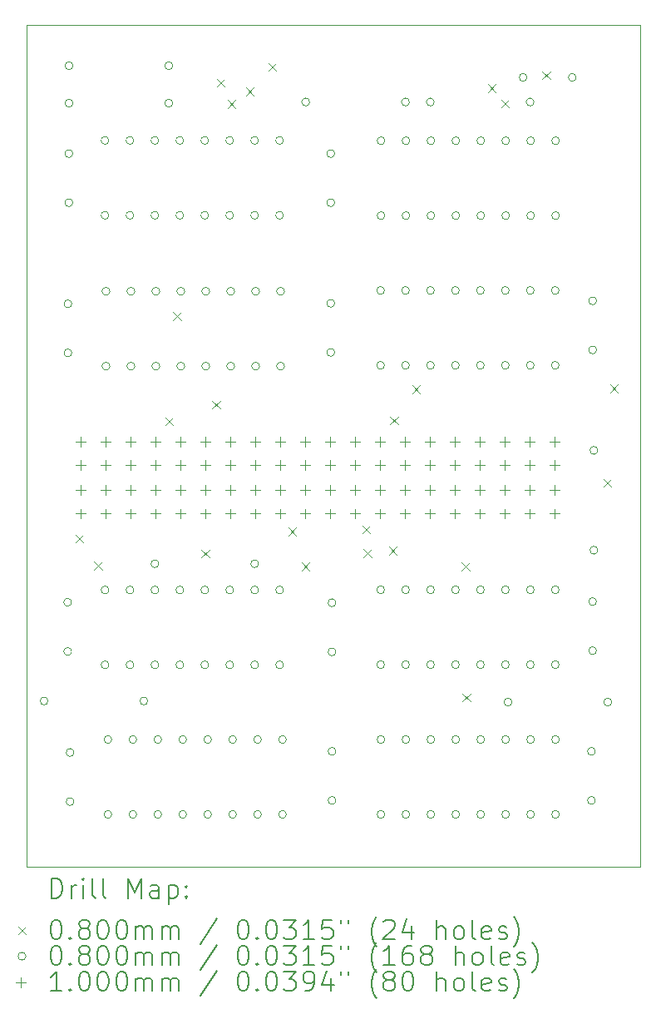
<source format=gbr>
%TF.GenerationSoftware,KiCad,Pcbnew,7.0.7*%
%TF.CreationDate,2023-11-27T02:20:34+00:00*%
%TF.ProjectId,Lynx-MK1-MEM,4c796e78-2d4d-44b3-912d-4d454d2e6b69,rev?*%
%TF.SameCoordinates,Original*%
%TF.FileFunction,Drillmap*%
%TF.FilePolarity,Positive*%
%FSLAX45Y45*%
G04 Gerber Fmt 4.5, Leading zero omitted, Abs format (unit mm)*
G04 Created by KiCad (PCBNEW 7.0.7) date 2023-11-27 02:20:34*
%MOMM*%
%LPD*%
G01*
G04 APERTURE LIST*
%ADD10C,0.100000*%
%ADD11C,0.200000*%
%ADD12C,0.080000*%
G04 APERTURE END LIST*
D10*
X7556500Y-5918200D02*
X13804900Y-5918200D01*
X13804900Y-14490700D01*
X7556500Y-14490700D01*
X7556500Y-5918200D01*
D11*
D12*
X8055000Y-11110000D02*
X8135000Y-11190000D01*
X8135000Y-11110000D02*
X8055000Y-11190000D01*
X8245000Y-11385000D02*
X8325000Y-11465000D01*
X8325000Y-11385000D02*
X8245000Y-11465000D01*
X8968318Y-9914950D02*
X9048318Y-9994950D01*
X9048318Y-9914950D02*
X8968318Y-9994950D01*
X9049000Y-8845000D02*
X9129000Y-8925000D01*
X9129000Y-8845000D02*
X9049000Y-8925000D01*
X9340000Y-11262950D02*
X9420000Y-11342950D01*
X9420000Y-11262950D02*
X9340000Y-11342950D01*
X9450000Y-9745050D02*
X9530000Y-9825050D01*
X9530000Y-9745050D02*
X9450000Y-9825050D01*
X9495000Y-6469000D02*
X9575000Y-6549000D01*
X9575000Y-6469000D02*
X9495000Y-6549000D01*
X9606000Y-6684000D02*
X9686000Y-6764000D01*
X9686000Y-6684000D02*
X9606000Y-6764000D01*
X9793000Y-6559000D02*
X9873000Y-6639000D01*
X9873000Y-6559000D02*
X9793000Y-6639000D01*
X10019000Y-6308000D02*
X10099000Y-6388000D01*
X10099000Y-6308000D02*
X10019000Y-6388000D01*
X10222000Y-11037000D02*
X10302000Y-11117000D01*
X10302000Y-11037000D02*
X10222000Y-11117000D01*
X10359000Y-11394000D02*
X10439000Y-11474000D01*
X10439000Y-11394000D02*
X10359000Y-11474000D01*
X10975000Y-11015000D02*
X11055000Y-11095000D01*
X11055000Y-11015000D02*
X10975000Y-11095000D01*
X10990000Y-11256000D02*
X11070000Y-11336000D01*
X11070000Y-11256000D02*
X10990000Y-11336000D01*
X11247000Y-11233000D02*
X11327000Y-11313000D01*
X11327000Y-11233000D02*
X11247000Y-11313000D01*
X11261000Y-9909000D02*
X11341000Y-9989000D01*
X11341000Y-9909000D02*
X11261000Y-9989000D01*
X11485000Y-9589000D02*
X11565000Y-9669000D01*
X11565000Y-9589000D02*
X11485000Y-9669000D01*
X11990000Y-11392000D02*
X12070000Y-11472000D01*
X12070000Y-11392000D02*
X11990000Y-11472000D01*
X11998000Y-12725000D02*
X12078000Y-12805000D01*
X12078000Y-12725000D02*
X11998000Y-12805000D01*
X12257000Y-6526000D02*
X12337000Y-6606000D01*
X12337000Y-6526000D02*
X12257000Y-6606000D01*
X12392000Y-6683000D02*
X12472000Y-6763000D01*
X12472000Y-6683000D02*
X12392000Y-6763000D01*
X12811000Y-6394000D02*
X12891000Y-6474000D01*
X12891000Y-6394000D02*
X12811000Y-6474000D01*
X13432000Y-10542000D02*
X13512000Y-10622000D01*
X13512000Y-10542000D02*
X13432000Y-10622000D01*
X13502000Y-9581000D02*
X13582000Y-9661000D01*
X13582000Y-9581000D02*
X13502000Y-9661000D01*
X7776300Y-12801600D02*
G75*
G03*
X7776300Y-12801600I-40000J0D01*
G01*
X8017000Y-11797000D02*
G75*
G03*
X8017000Y-11797000I-40000J0D01*
G01*
X8017000Y-12297000D02*
G75*
G03*
X8017000Y-12297000I-40000J0D01*
G01*
X8019000Y-8759000D02*
G75*
G03*
X8019000Y-8759000I-40000J0D01*
G01*
X8019000Y-9259000D02*
G75*
G03*
X8019000Y-9259000I-40000J0D01*
G01*
X8028300Y-7230300D02*
G75*
G03*
X8028300Y-7230300I-40000J0D01*
G01*
X8028300Y-7730300D02*
G75*
G03*
X8028300Y-7730300I-40000J0D01*
G01*
X8030300Y-6337300D02*
G75*
G03*
X8030300Y-6337300I-40000J0D01*
G01*
X8030300Y-6718300D02*
G75*
G03*
X8030300Y-6718300I-40000J0D01*
G01*
X8041000Y-13326300D02*
G75*
G03*
X8041000Y-13326300I-40000J0D01*
G01*
X8041000Y-13826300D02*
G75*
G03*
X8041000Y-13826300I-40000J0D01*
G01*
X8396000Y-7096000D02*
G75*
G03*
X8396000Y-7096000I-40000J0D01*
G01*
X8396000Y-7858000D02*
G75*
G03*
X8396000Y-7858000I-40000J0D01*
G01*
X8396600Y-11671300D02*
G75*
G03*
X8396600Y-11671300I-40000J0D01*
G01*
X8396600Y-12433300D02*
G75*
G03*
X8396600Y-12433300I-40000J0D01*
G01*
X8406760Y-8630920D02*
G75*
G03*
X8406760Y-8630920I-40000J0D01*
G01*
X8406760Y-9392920D02*
G75*
G03*
X8406760Y-9392920I-40000J0D01*
G01*
X8425543Y-13194300D02*
G75*
G03*
X8425543Y-13194300I-40000J0D01*
G01*
X8425543Y-13956300D02*
G75*
G03*
X8425543Y-13956300I-40000J0D01*
G01*
X8650000Y-7096000D02*
G75*
G03*
X8650000Y-7096000I-40000J0D01*
G01*
X8650000Y-7858000D02*
G75*
G03*
X8650000Y-7858000I-40000J0D01*
G01*
X8650600Y-11671300D02*
G75*
G03*
X8650600Y-11671300I-40000J0D01*
G01*
X8650600Y-12433300D02*
G75*
G03*
X8650600Y-12433300I-40000J0D01*
G01*
X8660760Y-8630920D02*
G75*
G03*
X8660760Y-8630920I-40000J0D01*
G01*
X8660760Y-9392920D02*
G75*
G03*
X8660760Y-9392920I-40000J0D01*
G01*
X8679543Y-13194300D02*
G75*
G03*
X8679543Y-13194300I-40000J0D01*
G01*
X8679543Y-13956300D02*
G75*
G03*
X8679543Y-13956300I-40000J0D01*
G01*
X8792300Y-12801600D02*
G75*
G03*
X8792300Y-12801600I-40000J0D01*
G01*
X8904000Y-7096000D02*
G75*
G03*
X8904000Y-7096000I-40000J0D01*
G01*
X8904000Y-7858000D02*
G75*
G03*
X8904000Y-7858000I-40000J0D01*
G01*
X8904600Y-11671300D02*
G75*
G03*
X8904600Y-11671300I-40000J0D01*
G01*
X8904600Y-12433300D02*
G75*
G03*
X8904600Y-12433300I-40000J0D01*
G01*
X8905000Y-11405000D02*
G75*
G03*
X8905000Y-11405000I-40000J0D01*
G01*
X8914760Y-8630920D02*
G75*
G03*
X8914760Y-8630920I-40000J0D01*
G01*
X8914760Y-9392920D02*
G75*
G03*
X8914760Y-9392920I-40000J0D01*
G01*
X8933543Y-13194300D02*
G75*
G03*
X8933543Y-13194300I-40000J0D01*
G01*
X8933543Y-13956300D02*
G75*
G03*
X8933543Y-13956300I-40000J0D01*
G01*
X9046300Y-6337300D02*
G75*
G03*
X9046300Y-6337300I-40000J0D01*
G01*
X9046300Y-6718300D02*
G75*
G03*
X9046300Y-6718300I-40000J0D01*
G01*
X9158000Y-7096000D02*
G75*
G03*
X9158000Y-7096000I-40000J0D01*
G01*
X9158000Y-7858000D02*
G75*
G03*
X9158000Y-7858000I-40000J0D01*
G01*
X9158600Y-11671300D02*
G75*
G03*
X9158600Y-11671300I-40000J0D01*
G01*
X9158600Y-12433300D02*
G75*
G03*
X9158600Y-12433300I-40000J0D01*
G01*
X9168760Y-8630920D02*
G75*
G03*
X9168760Y-8630920I-40000J0D01*
G01*
X9168760Y-9392920D02*
G75*
G03*
X9168760Y-9392920I-40000J0D01*
G01*
X9187543Y-13194300D02*
G75*
G03*
X9187543Y-13194300I-40000J0D01*
G01*
X9187543Y-13956300D02*
G75*
G03*
X9187543Y-13956300I-40000J0D01*
G01*
X9412000Y-7096000D02*
G75*
G03*
X9412000Y-7096000I-40000J0D01*
G01*
X9412000Y-7858000D02*
G75*
G03*
X9412000Y-7858000I-40000J0D01*
G01*
X9412600Y-11671300D02*
G75*
G03*
X9412600Y-11671300I-40000J0D01*
G01*
X9412600Y-12433300D02*
G75*
G03*
X9412600Y-12433300I-40000J0D01*
G01*
X9422760Y-8630920D02*
G75*
G03*
X9422760Y-8630920I-40000J0D01*
G01*
X9422760Y-9392920D02*
G75*
G03*
X9422760Y-9392920I-40000J0D01*
G01*
X9441543Y-13194300D02*
G75*
G03*
X9441543Y-13194300I-40000J0D01*
G01*
X9441543Y-13956300D02*
G75*
G03*
X9441543Y-13956300I-40000J0D01*
G01*
X9666000Y-7096000D02*
G75*
G03*
X9666000Y-7096000I-40000J0D01*
G01*
X9666000Y-7858000D02*
G75*
G03*
X9666000Y-7858000I-40000J0D01*
G01*
X9666600Y-11671300D02*
G75*
G03*
X9666600Y-11671300I-40000J0D01*
G01*
X9666600Y-12433300D02*
G75*
G03*
X9666600Y-12433300I-40000J0D01*
G01*
X9676760Y-8630920D02*
G75*
G03*
X9676760Y-8630920I-40000J0D01*
G01*
X9676760Y-9392920D02*
G75*
G03*
X9676760Y-9392920I-40000J0D01*
G01*
X9695543Y-13194300D02*
G75*
G03*
X9695543Y-13194300I-40000J0D01*
G01*
X9695543Y-13956300D02*
G75*
G03*
X9695543Y-13956300I-40000J0D01*
G01*
X9920000Y-7096000D02*
G75*
G03*
X9920000Y-7096000I-40000J0D01*
G01*
X9920000Y-7858000D02*
G75*
G03*
X9920000Y-7858000I-40000J0D01*
G01*
X9920600Y-11671300D02*
G75*
G03*
X9920600Y-11671300I-40000J0D01*
G01*
X9920600Y-12433300D02*
G75*
G03*
X9920600Y-12433300I-40000J0D01*
G01*
X9921000Y-11405000D02*
G75*
G03*
X9921000Y-11405000I-40000J0D01*
G01*
X9930760Y-8630920D02*
G75*
G03*
X9930760Y-8630920I-40000J0D01*
G01*
X9930760Y-9392920D02*
G75*
G03*
X9930760Y-9392920I-40000J0D01*
G01*
X9949543Y-13194300D02*
G75*
G03*
X9949543Y-13194300I-40000J0D01*
G01*
X9949543Y-13956300D02*
G75*
G03*
X9949543Y-13956300I-40000J0D01*
G01*
X10174000Y-7096000D02*
G75*
G03*
X10174000Y-7096000I-40000J0D01*
G01*
X10174000Y-7858000D02*
G75*
G03*
X10174000Y-7858000I-40000J0D01*
G01*
X10174600Y-11671300D02*
G75*
G03*
X10174600Y-11671300I-40000J0D01*
G01*
X10174600Y-12433300D02*
G75*
G03*
X10174600Y-12433300I-40000J0D01*
G01*
X10184760Y-8630920D02*
G75*
G03*
X10184760Y-8630920I-40000J0D01*
G01*
X10184760Y-9392920D02*
G75*
G03*
X10184760Y-9392920I-40000J0D01*
G01*
X10203543Y-13194300D02*
G75*
G03*
X10203543Y-13194300I-40000J0D01*
G01*
X10203543Y-13956300D02*
G75*
G03*
X10203543Y-13956300I-40000J0D01*
G01*
X10440000Y-6705600D02*
G75*
G03*
X10440000Y-6705600I-40000J0D01*
G01*
X10695300Y-7230300D02*
G75*
G03*
X10695300Y-7230300I-40000J0D01*
G01*
X10695300Y-7730300D02*
G75*
G03*
X10695300Y-7730300I-40000J0D01*
G01*
X10695300Y-8754300D02*
G75*
G03*
X10695300Y-8754300I-40000J0D01*
G01*
X10695300Y-9254300D02*
G75*
G03*
X10695300Y-9254300I-40000J0D01*
G01*
X10708000Y-11802300D02*
G75*
G03*
X10708000Y-11802300I-40000J0D01*
G01*
X10708000Y-12302300D02*
G75*
G03*
X10708000Y-12302300I-40000J0D01*
G01*
X10708000Y-13313600D02*
G75*
G03*
X10708000Y-13313600I-40000J0D01*
G01*
X10708000Y-13813600D02*
G75*
G03*
X10708000Y-13813600I-40000J0D01*
G01*
X11203300Y-8623300D02*
G75*
G03*
X11203300Y-8623300I-40000J0D01*
G01*
X11203300Y-9385300D02*
G75*
G03*
X11203300Y-9385300I-40000J0D01*
G01*
X11203300Y-11670300D02*
G75*
G03*
X11203300Y-11670300I-40000J0D01*
G01*
X11203300Y-12432300D02*
G75*
G03*
X11203300Y-12432300I-40000J0D01*
G01*
X11206842Y-7099300D02*
G75*
G03*
X11206842Y-7099300I-40000J0D01*
G01*
X11206842Y-7861300D02*
G75*
G03*
X11206842Y-7861300I-40000J0D01*
G01*
X11206842Y-13194300D02*
G75*
G03*
X11206842Y-13194300I-40000J0D01*
G01*
X11206842Y-13956300D02*
G75*
G03*
X11206842Y-13956300I-40000J0D01*
G01*
X11456000Y-6705600D02*
G75*
G03*
X11456000Y-6705600I-40000J0D01*
G01*
X11457300Y-8623300D02*
G75*
G03*
X11457300Y-8623300I-40000J0D01*
G01*
X11457300Y-9385300D02*
G75*
G03*
X11457300Y-9385300I-40000J0D01*
G01*
X11457300Y-11670300D02*
G75*
G03*
X11457300Y-11670300I-40000J0D01*
G01*
X11457300Y-12432300D02*
G75*
G03*
X11457300Y-12432300I-40000J0D01*
G01*
X11460842Y-7099300D02*
G75*
G03*
X11460842Y-7099300I-40000J0D01*
G01*
X11460842Y-7861300D02*
G75*
G03*
X11460842Y-7861300I-40000J0D01*
G01*
X11460842Y-13194300D02*
G75*
G03*
X11460842Y-13194300I-40000J0D01*
G01*
X11460842Y-13956300D02*
G75*
G03*
X11460842Y-13956300I-40000J0D01*
G01*
X11709300Y-6705600D02*
G75*
G03*
X11709300Y-6705600I-40000J0D01*
G01*
X11711300Y-8623300D02*
G75*
G03*
X11711300Y-8623300I-40000J0D01*
G01*
X11711300Y-9385300D02*
G75*
G03*
X11711300Y-9385300I-40000J0D01*
G01*
X11711300Y-11670300D02*
G75*
G03*
X11711300Y-11670300I-40000J0D01*
G01*
X11711300Y-12432300D02*
G75*
G03*
X11711300Y-12432300I-40000J0D01*
G01*
X11714842Y-7099300D02*
G75*
G03*
X11714842Y-7099300I-40000J0D01*
G01*
X11714842Y-7861300D02*
G75*
G03*
X11714842Y-7861300I-40000J0D01*
G01*
X11714842Y-13194300D02*
G75*
G03*
X11714842Y-13194300I-40000J0D01*
G01*
X11714842Y-13956300D02*
G75*
G03*
X11714842Y-13956300I-40000J0D01*
G01*
X11965300Y-8623300D02*
G75*
G03*
X11965300Y-8623300I-40000J0D01*
G01*
X11965300Y-9385300D02*
G75*
G03*
X11965300Y-9385300I-40000J0D01*
G01*
X11965300Y-11670300D02*
G75*
G03*
X11965300Y-11670300I-40000J0D01*
G01*
X11965300Y-12432300D02*
G75*
G03*
X11965300Y-12432300I-40000J0D01*
G01*
X11968842Y-7099300D02*
G75*
G03*
X11968842Y-7099300I-40000J0D01*
G01*
X11968842Y-7861300D02*
G75*
G03*
X11968842Y-7861300I-40000J0D01*
G01*
X11968842Y-13194300D02*
G75*
G03*
X11968842Y-13194300I-40000J0D01*
G01*
X11968842Y-13956300D02*
G75*
G03*
X11968842Y-13956300I-40000J0D01*
G01*
X12219300Y-8623300D02*
G75*
G03*
X12219300Y-8623300I-40000J0D01*
G01*
X12219300Y-9385300D02*
G75*
G03*
X12219300Y-9385300I-40000J0D01*
G01*
X12219300Y-11670300D02*
G75*
G03*
X12219300Y-11670300I-40000J0D01*
G01*
X12219300Y-12432300D02*
G75*
G03*
X12219300Y-12432300I-40000J0D01*
G01*
X12222842Y-7099300D02*
G75*
G03*
X12222842Y-7099300I-40000J0D01*
G01*
X12222842Y-7861300D02*
G75*
G03*
X12222842Y-7861300I-40000J0D01*
G01*
X12222842Y-13194300D02*
G75*
G03*
X12222842Y-13194300I-40000J0D01*
G01*
X12222842Y-13956300D02*
G75*
G03*
X12222842Y-13956300I-40000J0D01*
G01*
X12473300Y-8623300D02*
G75*
G03*
X12473300Y-8623300I-40000J0D01*
G01*
X12473300Y-9385300D02*
G75*
G03*
X12473300Y-9385300I-40000J0D01*
G01*
X12473300Y-11670300D02*
G75*
G03*
X12473300Y-11670300I-40000J0D01*
G01*
X12473300Y-12432300D02*
G75*
G03*
X12473300Y-12432300I-40000J0D01*
G01*
X12476842Y-7099300D02*
G75*
G03*
X12476842Y-7099300I-40000J0D01*
G01*
X12476842Y-7861300D02*
G75*
G03*
X12476842Y-7861300I-40000J0D01*
G01*
X12476842Y-13194300D02*
G75*
G03*
X12476842Y-13194300I-40000J0D01*
G01*
X12476842Y-13956300D02*
G75*
G03*
X12476842Y-13956300I-40000J0D01*
G01*
X12500700Y-12814300D02*
G75*
G03*
X12500700Y-12814300I-40000J0D01*
G01*
X12655000Y-6455000D02*
G75*
G03*
X12655000Y-6455000I-40000J0D01*
G01*
X12725300Y-6705600D02*
G75*
G03*
X12725300Y-6705600I-40000J0D01*
G01*
X12727300Y-8623300D02*
G75*
G03*
X12727300Y-8623300I-40000J0D01*
G01*
X12727300Y-9385300D02*
G75*
G03*
X12727300Y-9385300I-40000J0D01*
G01*
X12727300Y-11670300D02*
G75*
G03*
X12727300Y-11670300I-40000J0D01*
G01*
X12727300Y-12432300D02*
G75*
G03*
X12727300Y-12432300I-40000J0D01*
G01*
X12730842Y-7099300D02*
G75*
G03*
X12730842Y-7099300I-40000J0D01*
G01*
X12730842Y-7861300D02*
G75*
G03*
X12730842Y-7861300I-40000J0D01*
G01*
X12730842Y-13194300D02*
G75*
G03*
X12730842Y-13194300I-40000J0D01*
G01*
X12730842Y-13956300D02*
G75*
G03*
X12730842Y-13956300I-40000J0D01*
G01*
X12981300Y-8623300D02*
G75*
G03*
X12981300Y-8623300I-40000J0D01*
G01*
X12981300Y-9385300D02*
G75*
G03*
X12981300Y-9385300I-40000J0D01*
G01*
X12981300Y-11670300D02*
G75*
G03*
X12981300Y-11670300I-40000J0D01*
G01*
X12981300Y-12432300D02*
G75*
G03*
X12981300Y-12432300I-40000J0D01*
G01*
X12984842Y-7099300D02*
G75*
G03*
X12984842Y-7099300I-40000J0D01*
G01*
X12984842Y-7861300D02*
G75*
G03*
X12984842Y-7861300I-40000J0D01*
G01*
X12984842Y-13194300D02*
G75*
G03*
X12984842Y-13194300I-40000J0D01*
G01*
X12984842Y-13956300D02*
G75*
G03*
X12984842Y-13956300I-40000J0D01*
G01*
X13155000Y-6455000D02*
G75*
G03*
X13155000Y-6455000I-40000J0D01*
G01*
X13349600Y-13313600D02*
G75*
G03*
X13349600Y-13313600I-40000J0D01*
G01*
X13349600Y-13813600D02*
G75*
G03*
X13349600Y-13813600I-40000J0D01*
G01*
X13362300Y-8728900D02*
G75*
G03*
X13362300Y-8728900I-40000J0D01*
G01*
X13362300Y-9228900D02*
G75*
G03*
X13362300Y-9228900I-40000J0D01*
G01*
X13362300Y-11789600D02*
G75*
G03*
X13362300Y-11789600I-40000J0D01*
G01*
X13362300Y-12289600D02*
G75*
G03*
X13362300Y-12289600I-40000J0D01*
G01*
X13375000Y-10250900D02*
G75*
G03*
X13375000Y-10250900I-40000J0D01*
G01*
X13375000Y-11266900D02*
G75*
G03*
X13375000Y-11266900I-40000J0D01*
G01*
X13516700Y-12814300D02*
G75*
G03*
X13516700Y-12814300I-40000J0D01*
G01*
D10*
X8109000Y-10115000D02*
X8109000Y-10215000D01*
X8059000Y-10165000D02*
X8159000Y-10165000D01*
X8109000Y-10353000D02*
X8109000Y-10453000D01*
X8059000Y-10403000D02*
X8159000Y-10403000D01*
X8109000Y-10607000D02*
X8109000Y-10707000D01*
X8059000Y-10657000D02*
X8159000Y-10657000D01*
X8109000Y-10845000D02*
X8109000Y-10945000D01*
X8059000Y-10895000D02*
X8159000Y-10895000D01*
X8363000Y-10115000D02*
X8363000Y-10215000D01*
X8313000Y-10165000D02*
X8413000Y-10165000D01*
X8363000Y-10353000D02*
X8363000Y-10453000D01*
X8313000Y-10403000D02*
X8413000Y-10403000D01*
X8363000Y-10607000D02*
X8363000Y-10707000D01*
X8313000Y-10657000D02*
X8413000Y-10657000D01*
X8363000Y-10845000D02*
X8363000Y-10945000D01*
X8313000Y-10895000D02*
X8413000Y-10895000D01*
X8617000Y-10115000D02*
X8617000Y-10215000D01*
X8567000Y-10165000D02*
X8667000Y-10165000D01*
X8617000Y-10353000D02*
X8617000Y-10453000D01*
X8567000Y-10403000D02*
X8667000Y-10403000D01*
X8617000Y-10607000D02*
X8617000Y-10707000D01*
X8567000Y-10657000D02*
X8667000Y-10657000D01*
X8617000Y-10845000D02*
X8617000Y-10945000D01*
X8567000Y-10895000D02*
X8667000Y-10895000D01*
X8871000Y-10115000D02*
X8871000Y-10215000D01*
X8821000Y-10165000D02*
X8921000Y-10165000D01*
X8871000Y-10353000D02*
X8871000Y-10453000D01*
X8821000Y-10403000D02*
X8921000Y-10403000D01*
X8871000Y-10607000D02*
X8871000Y-10707000D01*
X8821000Y-10657000D02*
X8921000Y-10657000D01*
X8871000Y-10845000D02*
X8871000Y-10945000D01*
X8821000Y-10895000D02*
X8921000Y-10895000D01*
X9125000Y-10115000D02*
X9125000Y-10215000D01*
X9075000Y-10165000D02*
X9175000Y-10165000D01*
X9125000Y-10353000D02*
X9125000Y-10453000D01*
X9075000Y-10403000D02*
X9175000Y-10403000D01*
X9125000Y-10607000D02*
X9125000Y-10707000D01*
X9075000Y-10657000D02*
X9175000Y-10657000D01*
X9125000Y-10845000D02*
X9125000Y-10945000D01*
X9075000Y-10895000D02*
X9175000Y-10895000D01*
X9379000Y-10115000D02*
X9379000Y-10215000D01*
X9329000Y-10165000D02*
X9429000Y-10165000D01*
X9379000Y-10353000D02*
X9379000Y-10453000D01*
X9329000Y-10403000D02*
X9429000Y-10403000D01*
X9379000Y-10607000D02*
X9379000Y-10707000D01*
X9329000Y-10657000D02*
X9429000Y-10657000D01*
X9379000Y-10845000D02*
X9379000Y-10945000D01*
X9329000Y-10895000D02*
X9429000Y-10895000D01*
X9633000Y-10115000D02*
X9633000Y-10215000D01*
X9583000Y-10165000D02*
X9683000Y-10165000D01*
X9633000Y-10353000D02*
X9633000Y-10453000D01*
X9583000Y-10403000D02*
X9683000Y-10403000D01*
X9633000Y-10607000D02*
X9633000Y-10707000D01*
X9583000Y-10657000D02*
X9683000Y-10657000D01*
X9633000Y-10845000D02*
X9633000Y-10945000D01*
X9583000Y-10895000D02*
X9683000Y-10895000D01*
X9887000Y-10115000D02*
X9887000Y-10215000D01*
X9837000Y-10165000D02*
X9937000Y-10165000D01*
X9887000Y-10353000D02*
X9887000Y-10453000D01*
X9837000Y-10403000D02*
X9937000Y-10403000D01*
X9887000Y-10607000D02*
X9887000Y-10707000D01*
X9837000Y-10657000D02*
X9937000Y-10657000D01*
X9887000Y-10845000D02*
X9887000Y-10945000D01*
X9837000Y-10895000D02*
X9937000Y-10895000D01*
X10141000Y-10115000D02*
X10141000Y-10215000D01*
X10091000Y-10165000D02*
X10191000Y-10165000D01*
X10141000Y-10353000D02*
X10141000Y-10453000D01*
X10091000Y-10403000D02*
X10191000Y-10403000D01*
X10141000Y-10607000D02*
X10141000Y-10707000D01*
X10091000Y-10657000D02*
X10191000Y-10657000D01*
X10141000Y-10845000D02*
X10141000Y-10945000D01*
X10091000Y-10895000D02*
X10191000Y-10895000D01*
X10395000Y-10115000D02*
X10395000Y-10215000D01*
X10345000Y-10165000D02*
X10445000Y-10165000D01*
X10395000Y-10353000D02*
X10395000Y-10453000D01*
X10345000Y-10403000D02*
X10445000Y-10403000D01*
X10395000Y-10607000D02*
X10395000Y-10707000D01*
X10345000Y-10657000D02*
X10445000Y-10657000D01*
X10395000Y-10845000D02*
X10395000Y-10945000D01*
X10345000Y-10895000D02*
X10445000Y-10895000D01*
X10649000Y-10115000D02*
X10649000Y-10215000D01*
X10599000Y-10165000D02*
X10699000Y-10165000D01*
X10649000Y-10353000D02*
X10649000Y-10453000D01*
X10599000Y-10403000D02*
X10699000Y-10403000D01*
X10649000Y-10607000D02*
X10649000Y-10707000D01*
X10599000Y-10657000D02*
X10699000Y-10657000D01*
X10649000Y-10845000D02*
X10649000Y-10945000D01*
X10599000Y-10895000D02*
X10699000Y-10895000D01*
X10903000Y-10115000D02*
X10903000Y-10215000D01*
X10853000Y-10165000D02*
X10953000Y-10165000D01*
X10903000Y-10353000D02*
X10903000Y-10453000D01*
X10853000Y-10403000D02*
X10953000Y-10403000D01*
X10903000Y-10607000D02*
X10903000Y-10707000D01*
X10853000Y-10657000D02*
X10953000Y-10657000D01*
X10903000Y-10845000D02*
X10903000Y-10945000D01*
X10853000Y-10895000D02*
X10953000Y-10895000D01*
X11157000Y-10115000D02*
X11157000Y-10215000D01*
X11107000Y-10165000D02*
X11207000Y-10165000D01*
X11157000Y-10353000D02*
X11157000Y-10453000D01*
X11107000Y-10403000D02*
X11207000Y-10403000D01*
X11157000Y-10607000D02*
X11157000Y-10707000D01*
X11107000Y-10657000D02*
X11207000Y-10657000D01*
X11157000Y-10845000D02*
X11157000Y-10945000D01*
X11107000Y-10895000D02*
X11207000Y-10895000D01*
X11411000Y-10115000D02*
X11411000Y-10215000D01*
X11361000Y-10165000D02*
X11461000Y-10165000D01*
X11411000Y-10353000D02*
X11411000Y-10453000D01*
X11361000Y-10403000D02*
X11461000Y-10403000D01*
X11411000Y-10607000D02*
X11411000Y-10707000D01*
X11361000Y-10657000D02*
X11461000Y-10657000D01*
X11411000Y-10845000D02*
X11411000Y-10945000D01*
X11361000Y-10895000D02*
X11461000Y-10895000D01*
X11665000Y-10115000D02*
X11665000Y-10215000D01*
X11615000Y-10165000D02*
X11715000Y-10165000D01*
X11665000Y-10353000D02*
X11665000Y-10453000D01*
X11615000Y-10403000D02*
X11715000Y-10403000D01*
X11665000Y-10607000D02*
X11665000Y-10707000D01*
X11615000Y-10657000D02*
X11715000Y-10657000D01*
X11665000Y-10845000D02*
X11665000Y-10945000D01*
X11615000Y-10895000D02*
X11715000Y-10895000D01*
X11919000Y-10115000D02*
X11919000Y-10215000D01*
X11869000Y-10165000D02*
X11969000Y-10165000D01*
X11919000Y-10353000D02*
X11919000Y-10453000D01*
X11869000Y-10403000D02*
X11969000Y-10403000D01*
X11919000Y-10607000D02*
X11919000Y-10707000D01*
X11869000Y-10657000D02*
X11969000Y-10657000D01*
X11919000Y-10845000D02*
X11919000Y-10945000D01*
X11869000Y-10895000D02*
X11969000Y-10895000D01*
X12173000Y-10115000D02*
X12173000Y-10215000D01*
X12123000Y-10165000D02*
X12223000Y-10165000D01*
X12173000Y-10353000D02*
X12173000Y-10453000D01*
X12123000Y-10403000D02*
X12223000Y-10403000D01*
X12173000Y-10607000D02*
X12173000Y-10707000D01*
X12123000Y-10657000D02*
X12223000Y-10657000D01*
X12173000Y-10845000D02*
X12173000Y-10945000D01*
X12123000Y-10895000D02*
X12223000Y-10895000D01*
X12427000Y-10115000D02*
X12427000Y-10215000D01*
X12377000Y-10165000D02*
X12477000Y-10165000D01*
X12427000Y-10353000D02*
X12427000Y-10453000D01*
X12377000Y-10403000D02*
X12477000Y-10403000D01*
X12427000Y-10607000D02*
X12427000Y-10707000D01*
X12377000Y-10657000D02*
X12477000Y-10657000D01*
X12427000Y-10845000D02*
X12427000Y-10945000D01*
X12377000Y-10895000D02*
X12477000Y-10895000D01*
X12681000Y-10115000D02*
X12681000Y-10215000D01*
X12631000Y-10165000D02*
X12731000Y-10165000D01*
X12681000Y-10353000D02*
X12681000Y-10453000D01*
X12631000Y-10403000D02*
X12731000Y-10403000D01*
X12681000Y-10607000D02*
X12681000Y-10707000D01*
X12631000Y-10657000D02*
X12731000Y-10657000D01*
X12681000Y-10845000D02*
X12681000Y-10945000D01*
X12631000Y-10895000D02*
X12731000Y-10895000D01*
X12935000Y-10115000D02*
X12935000Y-10215000D01*
X12885000Y-10165000D02*
X12985000Y-10165000D01*
X12935000Y-10353000D02*
X12935000Y-10453000D01*
X12885000Y-10403000D02*
X12985000Y-10403000D01*
X12935000Y-10607000D02*
X12935000Y-10707000D01*
X12885000Y-10657000D02*
X12985000Y-10657000D01*
X12935000Y-10845000D02*
X12935000Y-10945000D01*
X12885000Y-10895000D02*
X12985000Y-10895000D01*
D11*
X7812277Y-14807184D02*
X7812277Y-14607184D01*
X7812277Y-14607184D02*
X7859896Y-14607184D01*
X7859896Y-14607184D02*
X7888467Y-14616708D01*
X7888467Y-14616708D02*
X7907515Y-14635755D01*
X7907515Y-14635755D02*
X7917039Y-14654803D01*
X7917039Y-14654803D02*
X7926562Y-14692898D01*
X7926562Y-14692898D02*
X7926562Y-14721469D01*
X7926562Y-14721469D02*
X7917039Y-14759565D01*
X7917039Y-14759565D02*
X7907515Y-14778612D01*
X7907515Y-14778612D02*
X7888467Y-14797660D01*
X7888467Y-14797660D02*
X7859896Y-14807184D01*
X7859896Y-14807184D02*
X7812277Y-14807184D01*
X8012277Y-14807184D02*
X8012277Y-14673850D01*
X8012277Y-14711946D02*
X8021801Y-14692898D01*
X8021801Y-14692898D02*
X8031324Y-14683374D01*
X8031324Y-14683374D02*
X8050372Y-14673850D01*
X8050372Y-14673850D02*
X8069420Y-14673850D01*
X8136086Y-14807184D02*
X8136086Y-14673850D01*
X8136086Y-14607184D02*
X8126562Y-14616708D01*
X8126562Y-14616708D02*
X8136086Y-14626231D01*
X8136086Y-14626231D02*
X8145610Y-14616708D01*
X8145610Y-14616708D02*
X8136086Y-14607184D01*
X8136086Y-14607184D02*
X8136086Y-14626231D01*
X8259896Y-14807184D02*
X8240848Y-14797660D01*
X8240848Y-14797660D02*
X8231324Y-14778612D01*
X8231324Y-14778612D02*
X8231324Y-14607184D01*
X8364658Y-14807184D02*
X8345610Y-14797660D01*
X8345610Y-14797660D02*
X8336086Y-14778612D01*
X8336086Y-14778612D02*
X8336086Y-14607184D01*
X8593229Y-14807184D02*
X8593229Y-14607184D01*
X8593229Y-14607184D02*
X8659896Y-14750041D01*
X8659896Y-14750041D02*
X8726563Y-14607184D01*
X8726563Y-14607184D02*
X8726563Y-14807184D01*
X8907515Y-14807184D02*
X8907515Y-14702422D01*
X8907515Y-14702422D02*
X8897991Y-14683374D01*
X8897991Y-14683374D02*
X8878944Y-14673850D01*
X8878944Y-14673850D02*
X8840848Y-14673850D01*
X8840848Y-14673850D02*
X8821801Y-14683374D01*
X8907515Y-14797660D02*
X8888467Y-14807184D01*
X8888467Y-14807184D02*
X8840848Y-14807184D01*
X8840848Y-14807184D02*
X8821801Y-14797660D01*
X8821801Y-14797660D02*
X8812277Y-14778612D01*
X8812277Y-14778612D02*
X8812277Y-14759565D01*
X8812277Y-14759565D02*
X8821801Y-14740517D01*
X8821801Y-14740517D02*
X8840848Y-14730993D01*
X8840848Y-14730993D02*
X8888467Y-14730993D01*
X8888467Y-14730993D02*
X8907515Y-14721469D01*
X9002753Y-14673850D02*
X9002753Y-14873850D01*
X9002753Y-14683374D02*
X9021801Y-14673850D01*
X9021801Y-14673850D02*
X9059896Y-14673850D01*
X9059896Y-14673850D02*
X9078944Y-14683374D01*
X9078944Y-14683374D02*
X9088467Y-14692898D01*
X9088467Y-14692898D02*
X9097991Y-14711946D01*
X9097991Y-14711946D02*
X9097991Y-14769088D01*
X9097991Y-14769088D02*
X9088467Y-14788136D01*
X9088467Y-14788136D02*
X9078944Y-14797660D01*
X9078944Y-14797660D02*
X9059896Y-14807184D01*
X9059896Y-14807184D02*
X9021801Y-14807184D01*
X9021801Y-14807184D02*
X9002753Y-14797660D01*
X9183705Y-14788136D02*
X9193229Y-14797660D01*
X9193229Y-14797660D02*
X9183705Y-14807184D01*
X9183705Y-14807184D02*
X9174182Y-14797660D01*
X9174182Y-14797660D02*
X9183705Y-14788136D01*
X9183705Y-14788136D02*
X9183705Y-14807184D01*
X9183705Y-14683374D02*
X9193229Y-14692898D01*
X9193229Y-14692898D02*
X9183705Y-14702422D01*
X9183705Y-14702422D02*
X9174182Y-14692898D01*
X9174182Y-14692898D02*
X9183705Y-14683374D01*
X9183705Y-14683374D02*
X9183705Y-14702422D01*
D12*
X7471500Y-15095700D02*
X7551500Y-15175700D01*
X7551500Y-15095700D02*
X7471500Y-15175700D01*
D11*
X7850372Y-15027184D02*
X7869420Y-15027184D01*
X7869420Y-15027184D02*
X7888467Y-15036708D01*
X7888467Y-15036708D02*
X7897991Y-15046231D01*
X7897991Y-15046231D02*
X7907515Y-15065279D01*
X7907515Y-15065279D02*
X7917039Y-15103374D01*
X7917039Y-15103374D02*
X7917039Y-15150993D01*
X7917039Y-15150993D02*
X7907515Y-15189088D01*
X7907515Y-15189088D02*
X7897991Y-15208136D01*
X7897991Y-15208136D02*
X7888467Y-15217660D01*
X7888467Y-15217660D02*
X7869420Y-15227184D01*
X7869420Y-15227184D02*
X7850372Y-15227184D01*
X7850372Y-15227184D02*
X7831324Y-15217660D01*
X7831324Y-15217660D02*
X7821801Y-15208136D01*
X7821801Y-15208136D02*
X7812277Y-15189088D01*
X7812277Y-15189088D02*
X7802753Y-15150993D01*
X7802753Y-15150993D02*
X7802753Y-15103374D01*
X7802753Y-15103374D02*
X7812277Y-15065279D01*
X7812277Y-15065279D02*
X7821801Y-15046231D01*
X7821801Y-15046231D02*
X7831324Y-15036708D01*
X7831324Y-15036708D02*
X7850372Y-15027184D01*
X8002753Y-15208136D02*
X8012277Y-15217660D01*
X8012277Y-15217660D02*
X8002753Y-15227184D01*
X8002753Y-15227184D02*
X7993229Y-15217660D01*
X7993229Y-15217660D02*
X8002753Y-15208136D01*
X8002753Y-15208136D02*
X8002753Y-15227184D01*
X8126562Y-15112898D02*
X8107515Y-15103374D01*
X8107515Y-15103374D02*
X8097991Y-15093850D01*
X8097991Y-15093850D02*
X8088467Y-15074803D01*
X8088467Y-15074803D02*
X8088467Y-15065279D01*
X8088467Y-15065279D02*
X8097991Y-15046231D01*
X8097991Y-15046231D02*
X8107515Y-15036708D01*
X8107515Y-15036708D02*
X8126562Y-15027184D01*
X8126562Y-15027184D02*
X8164658Y-15027184D01*
X8164658Y-15027184D02*
X8183705Y-15036708D01*
X8183705Y-15036708D02*
X8193229Y-15046231D01*
X8193229Y-15046231D02*
X8202753Y-15065279D01*
X8202753Y-15065279D02*
X8202753Y-15074803D01*
X8202753Y-15074803D02*
X8193229Y-15093850D01*
X8193229Y-15093850D02*
X8183705Y-15103374D01*
X8183705Y-15103374D02*
X8164658Y-15112898D01*
X8164658Y-15112898D02*
X8126562Y-15112898D01*
X8126562Y-15112898D02*
X8107515Y-15122422D01*
X8107515Y-15122422D02*
X8097991Y-15131946D01*
X8097991Y-15131946D02*
X8088467Y-15150993D01*
X8088467Y-15150993D02*
X8088467Y-15189088D01*
X8088467Y-15189088D02*
X8097991Y-15208136D01*
X8097991Y-15208136D02*
X8107515Y-15217660D01*
X8107515Y-15217660D02*
X8126562Y-15227184D01*
X8126562Y-15227184D02*
X8164658Y-15227184D01*
X8164658Y-15227184D02*
X8183705Y-15217660D01*
X8183705Y-15217660D02*
X8193229Y-15208136D01*
X8193229Y-15208136D02*
X8202753Y-15189088D01*
X8202753Y-15189088D02*
X8202753Y-15150993D01*
X8202753Y-15150993D02*
X8193229Y-15131946D01*
X8193229Y-15131946D02*
X8183705Y-15122422D01*
X8183705Y-15122422D02*
X8164658Y-15112898D01*
X8326562Y-15027184D02*
X8345610Y-15027184D01*
X8345610Y-15027184D02*
X8364658Y-15036708D01*
X8364658Y-15036708D02*
X8374182Y-15046231D01*
X8374182Y-15046231D02*
X8383705Y-15065279D01*
X8383705Y-15065279D02*
X8393229Y-15103374D01*
X8393229Y-15103374D02*
X8393229Y-15150993D01*
X8393229Y-15150993D02*
X8383705Y-15189088D01*
X8383705Y-15189088D02*
X8374182Y-15208136D01*
X8374182Y-15208136D02*
X8364658Y-15217660D01*
X8364658Y-15217660D02*
X8345610Y-15227184D01*
X8345610Y-15227184D02*
X8326562Y-15227184D01*
X8326562Y-15227184D02*
X8307515Y-15217660D01*
X8307515Y-15217660D02*
X8297991Y-15208136D01*
X8297991Y-15208136D02*
X8288467Y-15189088D01*
X8288467Y-15189088D02*
X8278943Y-15150993D01*
X8278943Y-15150993D02*
X8278943Y-15103374D01*
X8278943Y-15103374D02*
X8288467Y-15065279D01*
X8288467Y-15065279D02*
X8297991Y-15046231D01*
X8297991Y-15046231D02*
X8307515Y-15036708D01*
X8307515Y-15036708D02*
X8326562Y-15027184D01*
X8517039Y-15027184D02*
X8536086Y-15027184D01*
X8536086Y-15027184D02*
X8555134Y-15036708D01*
X8555134Y-15036708D02*
X8564658Y-15046231D01*
X8564658Y-15046231D02*
X8574182Y-15065279D01*
X8574182Y-15065279D02*
X8583705Y-15103374D01*
X8583705Y-15103374D02*
X8583705Y-15150993D01*
X8583705Y-15150993D02*
X8574182Y-15189088D01*
X8574182Y-15189088D02*
X8564658Y-15208136D01*
X8564658Y-15208136D02*
X8555134Y-15217660D01*
X8555134Y-15217660D02*
X8536086Y-15227184D01*
X8536086Y-15227184D02*
X8517039Y-15227184D01*
X8517039Y-15227184D02*
X8497991Y-15217660D01*
X8497991Y-15217660D02*
X8488467Y-15208136D01*
X8488467Y-15208136D02*
X8478944Y-15189088D01*
X8478944Y-15189088D02*
X8469420Y-15150993D01*
X8469420Y-15150993D02*
X8469420Y-15103374D01*
X8469420Y-15103374D02*
X8478944Y-15065279D01*
X8478944Y-15065279D02*
X8488467Y-15046231D01*
X8488467Y-15046231D02*
X8497991Y-15036708D01*
X8497991Y-15036708D02*
X8517039Y-15027184D01*
X8669420Y-15227184D02*
X8669420Y-15093850D01*
X8669420Y-15112898D02*
X8678944Y-15103374D01*
X8678944Y-15103374D02*
X8697991Y-15093850D01*
X8697991Y-15093850D02*
X8726563Y-15093850D01*
X8726563Y-15093850D02*
X8745610Y-15103374D01*
X8745610Y-15103374D02*
X8755134Y-15122422D01*
X8755134Y-15122422D02*
X8755134Y-15227184D01*
X8755134Y-15122422D02*
X8764658Y-15103374D01*
X8764658Y-15103374D02*
X8783705Y-15093850D01*
X8783705Y-15093850D02*
X8812277Y-15093850D01*
X8812277Y-15093850D02*
X8831325Y-15103374D01*
X8831325Y-15103374D02*
X8840848Y-15122422D01*
X8840848Y-15122422D02*
X8840848Y-15227184D01*
X8936086Y-15227184D02*
X8936086Y-15093850D01*
X8936086Y-15112898D02*
X8945610Y-15103374D01*
X8945610Y-15103374D02*
X8964658Y-15093850D01*
X8964658Y-15093850D02*
X8993229Y-15093850D01*
X8993229Y-15093850D02*
X9012277Y-15103374D01*
X9012277Y-15103374D02*
X9021801Y-15122422D01*
X9021801Y-15122422D02*
X9021801Y-15227184D01*
X9021801Y-15122422D02*
X9031325Y-15103374D01*
X9031325Y-15103374D02*
X9050372Y-15093850D01*
X9050372Y-15093850D02*
X9078944Y-15093850D01*
X9078944Y-15093850D02*
X9097991Y-15103374D01*
X9097991Y-15103374D02*
X9107515Y-15122422D01*
X9107515Y-15122422D02*
X9107515Y-15227184D01*
X9497991Y-15017660D02*
X9326563Y-15274803D01*
X9755134Y-15027184D02*
X9774182Y-15027184D01*
X9774182Y-15027184D02*
X9793229Y-15036708D01*
X9793229Y-15036708D02*
X9802753Y-15046231D01*
X9802753Y-15046231D02*
X9812277Y-15065279D01*
X9812277Y-15065279D02*
X9821801Y-15103374D01*
X9821801Y-15103374D02*
X9821801Y-15150993D01*
X9821801Y-15150993D02*
X9812277Y-15189088D01*
X9812277Y-15189088D02*
X9802753Y-15208136D01*
X9802753Y-15208136D02*
X9793229Y-15217660D01*
X9793229Y-15217660D02*
X9774182Y-15227184D01*
X9774182Y-15227184D02*
X9755134Y-15227184D01*
X9755134Y-15227184D02*
X9736087Y-15217660D01*
X9736087Y-15217660D02*
X9726563Y-15208136D01*
X9726563Y-15208136D02*
X9717039Y-15189088D01*
X9717039Y-15189088D02*
X9707515Y-15150993D01*
X9707515Y-15150993D02*
X9707515Y-15103374D01*
X9707515Y-15103374D02*
X9717039Y-15065279D01*
X9717039Y-15065279D02*
X9726563Y-15046231D01*
X9726563Y-15046231D02*
X9736087Y-15036708D01*
X9736087Y-15036708D02*
X9755134Y-15027184D01*
X9907515Y-15208136D02*
X9917039Y-15217660D01*
X9917039Y-15217660D02*
X9907515Y-15227184D01*
X9907515Y-15227184D02*
X9897991Y-15217660D01*
X9897991Y-15217660D02*
X9907515Y-15208136D01*
X9907515Y-15208136D02*
X9907515Y-15227184D01*
X10040848Y-15027184D02*
X10059896Y-15027184D01*
X10059896Y-15027184D02*
X10078944Y-15036708D01*
X10078944Y-15036708D02*
X10088468Y-15046231D01*
X10088468Y-15046231D02*
X10097991Y-15065279D01*
X10097991Y-15065279D02*
X10107515Y-15103374D01*
X10107515Y-15103374D02*
X10107515Y-15150993D01*
X10107515Y-15150993D02*
X10097991Y-15189088D01*
X10097991Y-15189088D02*
X10088468Y-15208136D01*
X10088468Y-15208136D02*
X10078944Y-15217660D01*
X10078944Y-15217660D02*
X10059896Y-15227184D01*
X10059896Y-15227184D02*
X10040848Y-15227184D01*
X10040848Y-15227184D02*
X10021801Y-15217660D01*
X10021801Y-15217660D02*
X10012277Y-15208136D01*
X10012277Y-15208136D02*
X10002753Y-15189088D01*
X10002753Y-15189088D02*
X9993229Y-15150993D01*
X9993229Y-15150993D02*
X9993229Y-15103374D01*
X9993229Y-15103374D02*
X10002753Y-15065279D01*
X10002753Y-15065279D02*
X10012277Y-15046231D01*
X10012277Y-15046231D02*
X10021801Y-15036708D01*
X10021801Y-15036708D02*
X10040848Y-15027184D01*
X10174182Y-15027184D02*
X10297991Y-15027184D01*
X10297991Y-15027184D02*
X10231325Y-15103374D01*
X10231325Y-15103374D02*
X10259896Y-15103374D01*
X10259896Y-15103374D02*
X10278944Y-15112898D01*
X10278944Y-15112898D02*
X10288468Y-15122422D01*
X10288468Y-15122422D02*
X10297991Y-15141469D01*
X10297991Y-15141469D02*
X10297991Y-15189088D01*
X10297991Y-15189088D02*
X10288468Y-15208136D01*
X10288468Y-15208136D02*
X10278944Y-15217660D01*
X10278944Y-15217660D02*
X10259896Y-15227184D01*
X10259896Y-15227184D02*
X10202753Y-15227184D01*
X10202753Y-15227184D02*
X10183706Y-15217660D01*
X10183706Y-15217660D02*
X10174182Y-15208136D01*
X10488468Y-15227184D02*
X10374182Y-15227184D01*
X10431325Y-15227184D02*
X10431325Y-15027184D01*
X10431325Y-15027184D02*
X10412277Y-15055755D01*
X10412277Y-15055755D02*
X10393229Y-15074803D01*
X10393229Y-15074803D02*
X10374182Y-15084327D01*
X10669420Y-15027184D02*
X10574182Y-15027184D01*
X10574182Y-15027184D02*
X10564658Y-15122422D01*
X10564658Y-15122422D02*
X10574182Y-15112898D01*
X10574182Y-15112898D02*
X10593229Y-15103374D01*
X10593229Y-15103374D02*
X10640849Y-15103374D01*
X10640849Y-15103374D02*
X10659896Y-15112898D01*
X10659896Y-15112898D02*
X10669420Y-15122422D01*
X10669420Y-15122422D02*
X10678944Y-15141469D01*
X10678944Y-15141469D02*
X10678944Y-15189088D01*
X10678944Y-15189088D02*
X10669420Y-15208136D01*
X10669420Y-15208136D02*
X10659896Y-15217660D01*
X10659896Y-15217660D02*
X10640849Y-15227184D01*
X10640849Y-15227184D02*
X10593229Y-15227184D01*
X10593229Y-15227184D02*
X10574182Y-15217660D01*
X10574182Y-15217660D02*
X10564658Y-15208136D01*
X10755134Y-15027184D02*
X10755134Y-15065279D01*
X10831325Y-15027184D02*
X10831325Y-15065279D01*
X11126563Y-15303374D02*
X11117039Y-15293850D01*
X11117039Y-15293850D02*
X11097991Y-15265279D01*
X11097991Y-15265279D02*
X11088468Y-15246231D01*
X11088468Y-15246231D02*
X11078944Y-15217660D01*
X11078944Y-15217660D02*
X11069420Y-15170041D01*
X11069420Y-15170041D02*
X11069420Y-15131946D01*
X11069420Y-15131946D02*
X11078944Y-15084327D01*
X11078944Y-15084327D02*
X11088468Y-15055755D01*
X11088468Y-15055755D02*
X11097991Y-15036708D01*
X11097991Y-15036708D02*
X11117039Y-15008136D01*
X11117039Y-15008136D02*
X11126563Y-14998612D01*
X11193229Y-15046231D02*
X11202753Y-15036708D01*
X11202753Y-15036708D02*
X11221801Y-15027184D01*
X11221801Y-15027184D02*
X11269420Y-15027184D01*
X11269420Y-15027184D02*
X11288468Y-15036708D01*
X11288468Y-15036708D02*
X11297991Y-15046231D01*
X11297991Y-15046231D02*
X11307515Y-15065279D01*
X11307515Y-15065279D02*
X11307515Y-15084327D01*
X11307515Y-15084327D02*
X11297991Y-15112898D01*
X11297991Y-15112898D02*
X11183706Y-15227184D01*
X11183706Y-15227184D02*
X11307515Y-15227184D01*
X11478944Y-15093850D02*
X11478944Y-15227184D01*
X11431325Y-15017660D02*
X11383706Y-15160517D01*
X11383706Y-15160517D02*
X11507515Y-15160517D01*
X11736087Y-15227184D02*
X11736087Y-15027184D01*
X11821801Y-15227184D02*
X11821801Y-15122422D01*
X11821801Y-15122422D02*
X11812277Y-15103374D01*
X11812277Y-15103374D02*
X11793230Y-15093850D01*
X11793230Y-15093850D02*
X11764658Y-15093850D01*
X11764658Y-15093850D02*
X11745610Y-15103374D01*
X11745610Y-15103374D02*
X11736087Y-15112898D01*
X11945610Y-15227184D02*
X11926563Y-15217660D01*
X11926563Y-15217660D02*
X11917039Y-15208136D01*
X11917039Y-15208136D02*
X11907515Y-15189088D01*
X11907515Y-15189088D02*
X11907515Y-15131946D01*
X11907515Y-15131946D02*
X11917039Y-15112898D01*
X11917039Y-15112898D02*
X11926563Y-15103374D01*
X11926563Y-15103374D02*
X11945610Y-15093850D01*
X11945610Y-15093850D02*
X11974182Y-15093850D01*
X11974182Y-15093850D02*
X11993230Y-15103374D01*
X11993230Y-15103374D02*
X12002753Y-15112898D01*
X12002753Y-15112898D02*
X12012277Y-15131946D01*
X12012277Y-15131946D02*
X12012277Y-15189088D01*
X12012277Y-15189088D02*
X12002753Y-15208136D01*
X12002753Y-15208136D02*
X11993230Y-15217660D01*
X11993230Y-15217660D02*
X11974182Y-15227184D01*
X11974182Y-15227184D02*
X11945610Y-15227184D01*
X12126563Y-15227184D02*
X12107515Y-15217660D01*
X12107515Y-15217660D02*
X12097991Y-15198612D01*
X12097991Y-15198612D02*
X12097991Y-15027184D01*
X12278944Y-15217660D02*
X12259896Y-15227184D01*
X12259896Y-15227184D02*
X12221801Y-15227184D01*
X12221801Y-15227184D02*
X12202753Y-15217660D01*
X12202753Y-15217660D02*
X12193230Y-15198612D01*
X12193230Y-15198612D02*
X12193230Y-15122422D01*
X12193230Y-15122422D02*
X12202753Y-15103374D01*
X12202753Y-15103374D02*
X12221801Y-15093850D01*
X12221801Y-15093850D02*
X12259896Y-15093850D01*
X12259896Y-15093850D02*
X12278944Y-15103374D01*
X12278944Y-15103374D02*
X12288468Y-15122422D01*
X12288468Y-15122422D02*
X12288468Y-15141469D01*
X12288468Y-15141469D02*
X12193230Y-15160517D01*
X12364658Y-15217660D02*
X12383706Y-15227184D01*
X12383706Y-15227184D02*
X12421801Y-15227184D01*
X12421801Y-15227184D02*
X12440849Y-15217660D01*
X12440849Y-15217660D02*
X12450372Y-15198612D01*
X12450372Y-15198612D02*
X12450372Y-15189088D01*
X12450372Y-15189088D02*
X12440849Y-15170041D01*
X12440849Y-15170041D02*
X12421801Y-15160517D01*
X12421801Y-15160517D02*
X12393230Y-15160517D01*
X12393230Y-15160517D02*
X12374182Y-15150993D01*
X12374182Y-15150993D02*
X12364658Y-15131946D01*
X12364658Y-15131946D02*
X12364658Y-15122422D01*
X12364658Y-15122422D02*
X12374182Y-15103374D01*
X12374182Y-15103374D02*
X12393230Y-15093850D01*
X12393230Y-15093850D02*
X12421801Y-15093850D01*
X12421801Y-15093850D02*
X12440849Y-15103374D01*
X12517039Y-15303374D02*
X12526563Y-15293850D01*
X12526563Y-15293850D02*
X12545611Y-15265279D01*
X12545611Y-15265279D02*
X12555134Y-15246231D01*
X12555134Y-15246231D02*
X12564658Y-15217660D01*
X12564658Y-15217660D02*
X12574182Y-15170041D01*
X12574182Y-15170041D02*
X12574182Y-15131946D01*
X12574182Y-15131946D02*
X12564658Y-15084327D01*
X12564658Y-15084327D02*
X12555134Y-15055755D01*
X12555134Y-15055755D02*
X12545611Y-15036708D01*
X12545611Y-15036708D02*
X12526563Y-15008136D01*
X12526563Y-15008136D02*
X12517039Y-14998612D01*
D12*
X7551500Y-15399700D02*
G75*
G03*
X7551500Y-15399700I-40000J0D01*
G01*
D11*
X7850372Y-15291184D02*
X7869420Y-15291184D01*
X7869420Y-15291184D02*
X7888467Y-15300708D01*
X7888467Y-15300708D02*
X7897991Y-15310231D01*
X7897991Y-15310231D02*
X7907515Y-15329279D01*
X7907515Y-15329279D02*
X7917039Y-15367374D01*
X7917039Y-15367374D02*
X7917039Y-15414993D01*
X7917039Y-15414993D02*
X7907515Y-15453088D01*
X7907515Y-15453088D02*
X7897991Y-15472136D01*
X7897991Y-15472136D02*
X7888467Y-15481660D01*
X7888467Y-15481660D02*
X7869420Y-15491184D01*
X7869420Y-15491184D02*
X7850372Y-15491184D01*
X7850372Y-15491184D02*
X7831324Y-15481660D01*
X7831324Y-15481660D02*
X7821801Y-15472136D01*
X7821801Y-15472136D02*
X7812277Y-15453088D01*
X7812277Y-15453088D02*
X7802753Y-15414993D01*
X7802753Y-15414993D02*
X7802753Y-15367374D01*
X7802753Y-15367374D02*
X7812277Y-15329279D01*
X7812277Y-15329279D02*
X7821801Y-15310231D01*
X7821801Y-15310231D02*
X7831324Y-15300708D01*
X7831324Y-15300708D02*
X7850372Y-15291184D01*
X8002753Y-15472136D02*
X8012277Y-15481660D01*
X8012277Y-15481660D02*
X8002753Y-15491184D01*
X8002753Y-15491184D02*
X7993229Y-15481660D01*
X7993229Y-15481660D02*
X8002753Y-15472136D01*
X8002753Y-15472136D02*
X8002753Y-15491184D01*
X8126562Y-15376898D02*
X8107515Y-15367374D01*
X8107515Y-15367374D02*
X8097991Y-15357850D01*
X8097991Y-15357850D02*
X8088467Y-15338803D01*
X8088467Y-15338803D02*
X8088467Y-15329279D01*
X8088467Y-15329279D02*
X8097991Y-15310231D01*
X8097991Y-15310231D02*
X8107515Y-15300708D01*
X8107515Y-15300708D02*
X8126562Y-15291184D01*
X8126562Y-15291184D02*
X8164658Y-15291184D01*
X8164658Y-15291184D02*
X8183705Y-15300708D01*
X8183705Y-15300708D02*
X8193229Y-15310231D01*
X8193229Y-15310231D02*
X8202753Y-15329279D01*
X8202753Y-15329279D02*
X8202753Y-15338803D01*
X8202753Y-15338803D02*
X8193229Y-15357850D01*
X8193229Y-15357850D02*
X8183705Y-15367374D01*
X8183705Y-15367374D02*
X8164658Y-15376898D01*
X8164658Y-15376898D02*
X8126562Y-15376898D01*
X8126562Y-15376898D02*
X8107515Y-15386422D01*
X8107515Y-15386422D02*
X8097991Y-15395946D01*
X8097991Y-15395946D02*
X8088467Y-15414993D01*
X8088467Y-15414993D02*
X8088467Y-15453088D01*
X8088467Y-15453088D02*
X8097991Y-15472136D01*
X8097991Y-15472136D02*
X8107515Y-15481660D01*
X8107515Y-15481660D02*
X8126562Y-15491184D01*
X8126562Y-15491184D02*
X8164658Y-15491184D01*
X8164658Y-15491184D02*
X8183705Y-15481660D01*
X8183705Y-15481660D02*
X8193229Y-15472136D01*
X8193229Y-15472136D02*
X8202753Y-15453088D01*
X8202753Y-15453088D02*
X8202753Y-15414993D01*
X8202753Y-15414993D02*
X8193229Y-15395946D01*
X8193229Y-15395946D02*
X8183705Y-15386422D01*
X8183705Y-15386422D02*
X8164658Y-15376898D01*
X8326562Y-15291184D02*
X8345610Y-15291184D01*
X8345610Y-15291184D02*
X8364658Y-15300708D01*
X8364658Y-15300708D02*
X8374182Y-15310231D01*
X8374182Y-15310231D02*
X8383705Y-15329279D01*
X8383705Y-15329279D02*
X8393229Y-15367374D01*
X8393229Y-15367374D02*
X8393229Y-15414993D01*
X8393229Y-15414993D02*
X8383705Y-15453088D01*
X8383705Y-15453088D02*
X8374182Y-15472136D01*
X8374182Y-15472136D02*
X8364658Y-15481660D01*
X8364658Y-15481660D02*
X8345610Y-15491184D01*
X8345610Y-15491184D02*
X8326562Y-15491184D01*
X8326562Y-15491184D02*
X8307515Y-15481660D01*
X8307515Y-15481660D02*
X8297991Y-15472136D01*
X8297991Y-15472136D02*
X8288467Y-15453088D01*
X8288467Y-15453088D02*
X8278943Y-15414993D01*
X8278943Y-15414993D02*
X8278943Y-15367374D01*
X8278943Y-15367374D02*
X8288467Y-15329279D01*
X8288467Y-15329279D02*
X8297991Y-15310231D01*
X8297991Y-15310231D02*
X8307515Y-15300708D01*
X8307515Y-15300708D02*
X8326562Y-15291184D01*
X8517039Y-15291184D02*
X8536086Y-15291184D01*
X8536086Y-15291184D02*
X8555134Y-15300708D01*
X8555134Y-15300708D02*
X8564658Y-15310231D01*
X8564658Y-15310231D02*
X8574182Y-15329279D01*
X8574182Y-15329279D02*
X8583705Y-15367374D01*
X8583705Y-15367374D02*
X8583705Y-15414993D01*
X8583705Y-15414993D02*
X8574182Y-15453088D01*
X8574182Y-15453088D02*
X8564658Y-15472136D01*
X8564658Y-15472136D02*
X8555134Y-15481660D01*
X8555134Y-15481660D02*
X8536086Y-15491184D01*
X8536086Y-15491184D02*
X8517039Y-15491184D01*
X8517039Y-15491184D02*
X8497991Y-15481660D01*
X8497991Y-15481660D02*
X8488467Y-15472136D01*
X8488467Y-15472136D02*
X8478944Y-15453088D01*
X8478944Y-15453088D02*
X8469420Y-15414993D01*
X8469420Y-15414993D02*
X8469420Y-15367374D01*
X8469420Y-15367374D02*
X8478944Y-15329279D01*
X8478944Y-15329279D02*
X8488467Y-15310231D01*
X8488467Y-15310231D02*
X8497991Y-15300708D01*
X8497991Y-15300708D02*
X8517039Y-15291184D01*
X8669420Y-15491184D02*
X8669420Y-15357850D01*
X8669420Y-15376898D02*
X8678944Y-15367374D01*
X8678944Y-15367374D02*
X8697991Y-15357850D01*
X8697991Y-15357850D02*
X8726563Y-15357850D01*
X8726563Y-15357850D02*
X8745610Y-15367374D01*
X8745610Y-15367374D02*
X8755134Y-15386422D01*
X8755134Y-15386422D02*
X8755134Y-15491184D01*
X8755134Y-15386422D02*
X8764658Y-15367374D01*
X8764658Y-15367374D02*
X8783705Y-15357850D01*
X8783705Y-15357850D02*
X8812277Y-15357850D01*
X8812277Y-15357850D02*
X8831325Y-15367374D01*
X8831325Y-15367374D02*
X8840848Y-15386422D01*
X8840848Y-15386422D02*
X8840848Y-15491184D01*
X8936086Y-15491184D02*
X8936086Y-15357850D01*
X8936086Y-15376898D02*
X8945610Y-15367374D01*
X8945610Y-15367374D02*
X8964658Y-15357850D01*
X8964658Y-15357850D02*
X8993229Y-15357850D01*
X8993229Y-15357850D02*
X9012277Y-15367374D01*
X9012277Y-15367374D02*
X9021801Y-15386422D01*
X9021801Y-15386422D02*
X9021801Y-15491184D01*
X9021801Y-15386422D02*
X9031325Y-15367374D01*
X9031325Y-15367374D02*
X9050372Y-15357850D01*
X9050372Y-15357850D02*
X9078944Y-15357850D01*
X9078944Y-15357850D02*
X9097991Y-15367374D01*
X9097991Y-15367374D02*
X9107515Y-15386422D01*
X9107515Y-15386422D02*
X9107515Y-15491184D01*
X9497991Y-15281660D02*
X9326563Y-15538803D01*
X9755134Y-15291184D02*
X9774182Y-15291184D01*
X9774182Y-15291184D02*
X9793229Y-15300708D01*
X9793229Y-15300708D02*
X9802753Y-15310231D01*
X9802753Y-15310231D02*
X9812277Y-15329279D01*
X9812277Y-15329279D02*
X9821801Y-15367374D01*
X9821801Y-15367374D02*
X9821801Y-15414993D01*
X9821801Y-15414993D02*
X9812277Y-15453088D01*
X9812277Y-15453088D02*
X9802753Y-15472136D01*
X9802753Y-15472136D02*
X9793229Y-15481660D01*
X9793229Y-15481660D02*
X9774182Y-15491184D01*
X9774182Y-15491184D02*
X9755134Y-15491184D01*
X9755134Y-15491184D02*
X9736087Y-15481660D01*
X9736087Y-15481660D02*
X9726563Y-15472136D01*
X9726563Y-15472136D02*
X9717039Y-15453088D01*
X9717039Y-15453088D02*
X9707515Y-15414993D01*
X9707515Y-15414993D02*
X9707515Y-15367374D01*
X9707515Y-15367374D02*
X9717039Y-15329279D01*
X9717039Y-15329279D02*
X9726563Y-15310231D01*
X9726563Y-15310231D02*
X9736087Y-15300708D01*
X9736087Y-15300708D02*
X9755134Y-15291184D01*
X9907515Y-15472136D02*
X9917039Y-15481660D01*
X9917039Y-15481660D02*
X9907515Y-15491184D01*
X9907515Y-15491184D02*
X9897991Y-15481660D01*
X9897991Y-15481660D02*
X9907515Y-15472136D01*
X9907515Y-15472136D02*
X9907515Y-15491184D01*
X10040848Y-15291184D02*
X10059896Y-15291184D01*
X10059896Y-15291184D02*
X10078944Y-15300708D01*
X10078944Y-15300708D02*
X10088468Y-15310231D01*
X10088468Y-15310231D02*
X10097991Y-15329279D01*
X10097991Y-15329279D02*
X10107515Y-15367374D01*
X10107515Y-15367374D02*
X10107515Y-15414993D01*
X10107515Y-15414993D02*
X10097991Y-15453088D01*
X10097991Y-15453088D02*
X10088468Y-15472136D01*
X10088468Y-15472136D02*
X10078944Y-15481660D01*
X10078944Y-15481660D02*
X10059896Y-15491184D01*
X10059896Y-15491184D02*
X10040848Y-15491184D01*
X10040848Y-15491184D02*
X10021801Y-15481660D01*
X10021801Y-15481660D02*
X10012277Y-15472136D01*
X10012277Y-15472136D02*
X10002753Y-15453088D01*
X10002753Y-15453088D02*
X9993229Y-15414993D01*
X9993229Y-15414993D02*
X9993229Y-15367374D01*
X9993229Y-15367374D02*
X10002753Y-15329279D01*
X10002753Y-15329279D02*
X10012277Y-15310231D01*
X10012277Y-15310231D02*
X10021801Y-15300708D01*
X10021801Y-15300708D02*
X10040848Y-15291184D01*
X10174182Y-15291184D02*
X10297991Y-15291184D01*
X10297991Y-15291184D02*
X10231325Y-15367374D01*
X10231325Y-15367374D02*
X10259896Y-15367374D01*
X10259896Y-15367374D02*
X10278944Y-15376898D01*
X10278944Y-15376898D02*
X10288468Y-15386422D01*
X10288468Y-15386422D02*
X10297991Y-15405469D01*
X10297991Y-15405469D02*
X10297991Y-15453088D01*
X10297991Y-15453088D02*
X10288468Y-15472136D01*
X10288468Y-15472136D02*
X10278944Y-15481660D01*
X10278944Y-15481660D02*
X10259896Y-15491184D01*
X10259896Y-15491184D02*
X10202753Y-15491184D01*
X10202753Y-15491184D02*
X10183706Y-15481660D01*
X10183706Y-15481660D02*
X10174182Y-15472136D01*
X10488468Y-15491184D02*
X10374182Y-15491184D01*
X10431325Y-15491184D02*
X10431325Y-15291184D01*
X10431325Y-15291184D02*
X10412277Y-15319755D01*
X10412277Y-15319755D02*
X10393229Y-15338803D01*
X10393229Y-15338803D02*
X10374182Y-15348327D01*
X10669420Y-15291184D02*
X10574182Y-15291184D01*
X10574182Y-15291184D02*
X10564658Y-15386422D01*
X10564658Y-15386422D02*
X10574182Y-15376898D01*
X10574182Y-15376898D02*
X10593229Y-15367374D01*
X10593229Y-15367374D02*
X10640849Y-15367374D01*
X10640849Y-15367374D02*
X10659896Y-15376898D01*
X10659896Y-15376898D02*
X10669420Y-15386422D01*
X10669420Y-15386422D02*
X10678944Y-15405469D01*
X10678944Y-15405469D02*
X10678944Y-15453088D01*
X10678944Y-15453088D02*
X10669420Y-15472136D01*
X10669420Y-15472136D02*
X10659896Y-15481660D01*
X10659896Y-15481660D02*
X10640849Y-15491184D01*
X10640849Y-15491184D02*
X10593229Y-15491184D01*
X10593229Y-15491184D02*
X10574182Y-15481660D01*
X10574182Y-15481660D02*
X10564658Y-15472136D01*
X10755134Y-15291184D02*
X10755134Y-15329279D01*
X10831325Y-15291184D02*
X10831325Y-15329279D01*
X11126563Y-15567374D02*
X11117039Y-15557850D01*
X11117039Y-15557850D02*
X11097991Y-15529279D01*
X11097991Y-15529279D02*
X11088468Y-15510231D01*
X11088468Y-15510231D02*
X11078944Y-15481660D01*
X11078944Y-15481660D02*
X11069420Y-15434041D01*
X11069420Y-15434041D02*
X11069420Y-15395946D01*
X11069420Y-15395946D02*
X11078944Y-15348327D01*
X11078944Y-15348327D02*
X11088468Y-15319755D01*
X11088468Y-15319755D02*
X11097991Y-15300708D01*
X11097991Y-15300708D02*
X11117039Y-15272136D01*
X11117039Y-15272136D02*
X11126563Y-15262612D01*
X11307515Y-15491184D02*
X11193229Y-15491184D01*
X11250372Y-15491184D02*
X11250372Y-15291184D01*
X11250372Y-15291184D02*
X11231325Y-15319755D01*
X11231325Y-15319755D02*
X11212277Y-15338803D01*
X11212277Y-15338803D02*
X11193229Y-15348327D01*
X11478944Y-15291184D02*
X11440848Y-15291184D01*
X11440848Y-15291184D02*
X11421801Y-15300708D01*
X11421801Y-15300708D02*
X11412277Y-15310231D01*
X11412277Y-15310231D02*
X11393229Y-15338803D01*
X11393229Y-15338803D02*
X11383706Y-15376898D01*
X11383706Y-15376898D02*
X11383706Y-15453088D01*
X11383706Y-15453088D02*
X11393229Y-15472136D01*
X11393229Y-15472136D02*
X11402753Y-15481660D01*
X11402753Y-15481660D02*
X11421801Y-15491184D01*
X11421801Y-15491184D02*
X11459896Y-15491184D01*
X11459896Y-15491184D02*
X11478944Y-15481660D01*
X11478944Y-15481660D02*
X11488468Y-15472136D01*
X11488468Y-15472136D02*
X11497991Y-15453088D01*
X11497991Y-15453088D02*
X11497991Y-15405469D01*
X11497991Y-15405469D02*
X11488468Y-15386422D01*
X11488468Y-15386422D02*
X11478944Y-15376898D01*
X11478944Y-15376898D02*
X11459896Y-15367374D01*
X11459896Y-15367374D02*
X11421801Y-15367374D01*
X11421801Y-15367374D02*
X11402753Y-15376898D01*
X11402753Y-15376898D02*
X11393229Y-15386422D01*
X11393229Y-15386422D02*
X11383706Y-15405469D01*
X11612277Y-15376898D02*
X11593229Y-15367374D01*
X11593229Y-15367374D02*
X11583706Y-15357850D01*
X11583706Y-15357850D02*
X11574182Y-15338803D01*
X11574182Y-15338803D02*
X11574182Y-15329279D01*
X11574182Y-15329279D02*
X11583706Y-15310231D01*
X11583706Y-15310231D02*
X11593229Y-15300708D01*
X11593229Y-15300708D02*
X11612277Y-15291184D01*
X11612277Y-15291184D02*
X11650372Y-15291184D01*
X11650372Y-15291184D02*
X11669420Y-15300708D01*
X11669420Y-15300708D02*
X11678944Y-15310231D01*
X11678944Y-15310231D02*
X11688468Y-15329279D01*
X11688468Y-15329279D02*
X11688468Y-15338803D01*
X11688468Y-15338803D02*
X11678944Y-15357850D01*
X11678944Y-15357850D02*
X11669420Y-15367374D01*
X11669420Y-15367374D02*
X11650372Y-15376898D01*
X11650372Y-15376898D02*
X11612277Y-15376898D01*
X11612277Y-15376898D02*
X11593229Y-15386422D01*
X11593229Y-15386422D02*
X11583706Y-15395946D01*
X11583706Y-15395946D02*
X11574182Y-15414993D01*
X11574182Y-15414993D02*
X11574182Y-15453088D01*
X11574182Y-15453088D02*
X11583706Y-15472136D01*
X11583706Y-15472136D02*
X11593229Y-15481660D01*
X11593229Y-15481660D02*
X11612277Y-15491184D01*
X11612277Y-15491184D02*
X11650372Y-15491184D01*
X11650372Y-15491184D02*
X11669420Y-15481660D01*
X11669420Y-15481660D02*
X11678944Y-15472136D01*
X11678944Y-15472136D02*
X11688468Y-15453088D01*
X11688468Y-15453088D02*
X11688468Y-15414993D01*
X11688468Y-15414993D02*
X11678944Y-15395946D01*
X11678944Y-15395946D02*
X11669420Y-15386422D01*
X11669420Y-15386422D02*
X11650372Y-15376898D01*
X11926563Y-15491184D02*
X11926563Y-15291184D01*
X12012277Y-15491184D02*
X12012277Y-15386422D01*
X12012277Y-15386422D02*
X12002753Y-15367374D01*
X12002753Y-15367374D02*
X11983706Y-15357850D01*
X11983706Y-15357850D02*
X11955134Y-15357850D01*
X11955134Y-15357850D02*
X11936087Y-15367374D01*
X11936087Y-15367374D02*
X11926563Y-15376898D01*
X12136087Y-15491184D02*
X12117039Y-15481660D01*
X12117039Y-15481660D02*
X12107515Y-15472136D01*
X12107515Y-15472136D02*
X12097991Y-15453088D01*
X12097991Y-15453088D02*
X12097991Y-15395946D01*
X12097991Y-15395946D02*
X12107515Y-15376898D01*
X12107515Y-15376898D02*
X12117039Y-15367374D01*
X12117039Y-15367374D02*
X12136087Y-15357850D01*
X12136087Y-15357850D02*
X12164658Y-15357850D01*
X12164658Y-15357850D02*
X12183706Y-15367374D01*
X12183706Y-15367374D02*
X12193230Y-15376898D01*
X12193230Y-15376898D02*
X12202753Y-15395946D01*
X12202753Y-15395946D02*
X12202753Y-15453088D01*
X12202753Y-15453088D02*
X12193230Y-15472136D01*
X12193230Y-15472136D02*
X12183706Y-15481660D01*
X12183706Y-15481660D02*
X12164658Y-15491184D01*
X12164658Y-15491184D02*
X12136087Y-15491184D01*
X12317039Y-15491184D02*
X12297991Y-15481660D01*
X12297991Y-15481660D02*
X12288468Y-15462612D01*
X12288468Y-15462612D02*
X12288468Y-15291184D01*
X12469420Y-15481660D02*
X12450372Y-15491184D01*
X12450372Y-15491184D02*
X12412277Y-15491184D01*
X12412277Y-15491184D02*
X12393230Y-15481660D01*
X12393230Y-15481660D02*
X12383706Y-15462612D01*
X12383706Y-15462612D02*
X12383706Y-15386422D01*
X12383706Y-15386422D02*
X12393230Y-15367374D01*
X12393230Y-15367374D02*
X12412277Y-15357850D01*
X12412277Y-15357850D02*
X12450372Y-15357850D01*
X12450372Y-15357850D02*
X12469420Y-15367374D01*
X12469420Y-15367374D02*
X12478944Y-15386422D01*
X12478944Y-15386422D02*
X12478944Y-15405469D01*
X12478944Y-15405469D02*
X12383706Y-15424517D01*
X12555134Y-15481660D02*
X12574182Y-15491184D01*
X12574182Y-15491184D02*
X12612277Y-15491184D01*
X12612277Y-15491184D02*
X12631325Y-15481660D01*
X12631325Y-15481660D02*
X12640849Y-15462612D01*
X12640849Y-15462612D02*
X12640849Y-15453088D01*
X12640849Y-15453088D02*
X12631325Y-15434041D01*
X12631325Y-15434041D02*
X12612277Y-15424517D01*
X12612277Y-15424517D02*
X12583706Y-15424517D01*
X12583706Y-15424517D02*
X12564658Y-15414993D01*
X12564658Y-15414993D02*
X12555134Y-15395946D01*
X12555134Y-15395946D02*
X12555134Y-15386422D01*
X12555134Y-15386422D02*
X12564658Y-15367374D01*
X12564658Y-15367374D02*
X12583706Y-15357850D01*
X12583706Y-15357850D02*
X12612277Y-15357850D01*
X12612277Y-15357850D02*
X12631325Y-15367374D01*
X12707515Y-15567374D02*
X12717039Y-15557850D01*
X12717039Y-15557850D02*
X12736087Y-15529279D01*
X12736087Y-15529279D02*
X12745611Y-15510231D01*
X12745611Y-15510231D02*
X12755134Y-15481660D01*
X12755134Y-15481660D02*
X12764658Y-15434041D01*
X12764658Y-15434041D02*
X12764658Y-15395946D01*
X12764658Y-15395946D02*
X12755134Y-15348327D01*
X12755134Y-15348327D02*
X12745611Y-15319755D01*
X12745611Y-15319755D02*
X12736087Y-15300708D01*
X12736087Y-15300708D02*
X12717039Y-15272136D01*
X12717039Y-15272136D02*
X12707515Y-15262612D01*
D10*
X7501500Y-15613700D02*
X7501500Y-15713700D01*
X7451500Y-15663700D02*
X7551500Y-15663700D01*
D11*
X7917039Y-15755184D02*
X7802753Y-15755184D01*
X7859896Y-15755184D02*
X7859896Y-15555184D01*
X7859896Y-15555184D02*
X7840848Y-15583755D01*
X7840848Y-15583755D02*
X7821801Y-15602803D01*
X7821801Y-15602803D02*
X7802753Y-15612327D01*
X8002753Y-15736136D02*
X8012277Y-15745660D01*
X8012277Y-15745660D02*
X8002753Y-15755184D01*
X8002753Y-15755184D02*
X7993229Y-15745660D01*
X7993229Y-15745660D02*
X8002753Y-15736136D01*
X8002753Y-15736136D02*
X8002753Y-15755184D01*
X8136086Y-15555184D02*
X8155134Y-15555184D01*
X8155134Y-15555184D02*
X8174182Y-15564708D01*
X8174182Y-15564708D02*
X8183705Y-15574231D01*
X8183705Y-15574231D02*
X8193229Y-15593279D01*
X8193229Y-15593279D02*
X8202753Y-15631374D01*
X8202753Y-15631374D02*
X8202753Y-15678993D01*
X8202753Y-15678993D02*
X8193229Y-15717088D01*
X8193229Y-15717088D02*
X8183705Y-15736136D01*
X8183705Y-15736136D02*
X8174182Y-15745660D01*
X8174182Y-15745660D02*
X8155134Y-15755184D01*
X8155134Y-15755184D02*
X8136086Y-15755184D01*
X8136086Y-15755184D02*
X8117039Y-15745660D01*
X8117039Y-15745660D02*
X8107515Y-15736136D01*
X8107515Y-15736136D02*
X8097991Y-15717088D01*
X8097991Y-15717088D02*
X8088467Y-15678993D01*
X8088467Y-15678993D02*
X8088467Y-15631374D01*
X8088467Y-15631374D02*
X8097991Y-15593279D01*
X8097991Y-15593279D02*
X8107515Y-15574231D01*
X8107515Y-15574231D02*
X8117039Y-15564708D01*
X8117039Y-15564708D02*
X8136086Y-15555184D01*
X8326562Y-15555184D02*
X8345610Y-15555184D01*
X8345610Y-15555184D02*
X8364658Y-15564708D01*
X8364658Y-15564708D02*
X8374182Y-15574231D01*
X8374182Y-15574231D02*
X8383705Y-15593279D01*
X8383705Y-15593279D02*
X8393229Y-15631374D01*
X8393229Y-15631374D02*
X8393229Y-15678993D01*
X8393229Y-15678993D02*
X8383705Y-15717088D01*
X8383705Y-15717088D02*
X8374182Y-15736136D01*
X8374182Y-15736136D02*
X8364658Y-15745660D01*
X8364658Y-15745660D02*
X8345610Y-15755184D01*
X8345610Y-15755184D02*
X8326562Y-15755184D01*
X8326562Y-15755184D02*
X8307515Y-15745660D01*
X8307515Y-15745660D02*
X8297991Y-15736136D01*
X8297991Y-15736136D02*
X8288467Y-15717088D01*
X8288467Y-15717088D02*
X8278943Y-15678993D01*
X8278943Y-15678993D02*
X8278943Y-15631374D01*
X8278943Y-15631374D02*
X8288467Y-15593279D01*
X8288467Y-15593279D02*
X8297991Y-15574231D01*
X8297991Y-15574231D02*
X8307515Y-15564708D01*
X8307515Y-15564708D02*
X8326562Y-15555184D01*
X8517039Y-15555184D02*
X8536086Y-15555184D01*
X8536086Y-15555184D02*
X8555134Y-15564708D01*
X8555134Y-15564708D02*
X8564658Y-15574231D01*
X8564658Y-15574231D02*
X8574182Y-15593279D01*
X8574182Y-15593279D02*
X8583705Y-15631374D01*
X8583705Y-15631374D02*
X8583705Y-15678993D01*
X8583705Y-15678993D02*
X8574182Y-15717088D01*
X8574182Y-15717088D02*
X8564658Y-15736136D01*
X8564658Y-15736136D02*
X8555134Y-15745660D01*
X8555134Y-15745660D02*
X8536086Y-15755184D01*
X8536086Y-15755184D02*
X8517039Y-15755184D01*
X8517039Y-15755184D02*
X8497991Y-15745660D01*
X8497991Y-15745660D02*
X8488467Y-15736136D01*
X8488467Y-15736136D02*
X8478944Y-15717088D01*
X8478944Y-15717088D02*
X8469420Y-15678993D01*
X8469420Y-15678993D02*
X8469420Y-15631374D01*
X8469420Y-15631374D02*
X8478944Y-15593279D01*
X8478944Y-15593279D02*
X8488467Y-15574231D01*
X8488467Y-15574231D02*
X8497991Y-15564708D01*
X8497991Y-15564708D02*
X8517039Y-15555184D01*
X8669420Y-15755184D02*
X8669420Y-15621850D01*
X8669420Y-15640898D02*
X8678944Y-15631374D01*
X8678944Y-15631374D02*
X8697991Y-15621850D01*
X8697991Y-15621850D02*
X8726563Y-15621850D01*
X8726563Y-15621850D02*
X8745610Y-15631374D01*
X8745610Y-15631374D02*
X8755134Y-15650422D01*
X8755134Y-15650422D02*
X8755134Y-15755184D01*
X8755134Y-15650422D02*
X8764658Y-15631374D01*
X8764658Y-15631374D02*
X8783705Y-15621850D01*
X8783705Y-15621850D02*
X8812277Y-15621850D01*
X8812277Y-15621850D02*
X8831325Y-15631374D01*
X8831325Y-15631374D02*
X8840848Y-15650422D01*
X8840848Y-15650422D02*
X8840848Y-15755184D01*
X8936086Y-15755184D02*
X8936086Y-15621850D01*
X8936086Y-15640898D02*
X8945610Y-15631374D01*
X8945610Y-15631374D02*
X8964658Y-15621850D01*
X8964658Y-15621850D02*
X8993229Y-15621850D01*
X8993229Y-15621850D02*
X9012277Y-15631374D01*
X9012277Y-15631374D02*
X9021801Y-15650422D01*
X9021801Y-15650422D02*
X9021801Y-15755184D01*
X9021801Y-15650422D02*
X9031325Y-15631374D01*
X9031325Y-15631374D02*
X9050372Y-15621850D01*
X9050372Y-15621850D02*
X9078944Y-15621850D01*
X9078944Y-15621850D02*
X9097991Y-15631374D01*
X9097991Y-15631374D02*
X9107515Y-15650422D01*
X9107515Y-15650422D02*
X9107515Y-15755184D01*
X9497991Y-15545660D02*
X9326563Y-15802803D01*
X9755134Y-15555184D02*
X9774182Y-15555184D01*
X9774182Y-15555184D02*
X9793229Y-15564708D01*
X9793229Y-15564708D02*
X9802753Y-15574231D01*
X9802753Y-15574231D02*
X9812277Y-15593279D01*
X9812277Y-15593279D02*
X9821801Y-15631374D01*
X9821801Y-15631374D02*
X9821801Y-15678993D01*
X9821801Y-15678993D02*
X9812277Y-15717088D01*
X9812277Y-15717088D02*
X9802753Y-15736136D01*
X9802753Y-15736136D02*
X9793229Y-15745660D01*
X9793229Y-15745660D02*
X9774182Y-15755184D01*
X9774182Y-15755184D02*
X9755134Y-15755184D01*
X9755134Y-15755184D02*
X9736087Y-15745660D01*
X9736087Y-15745660D02*
X9726563Y-15736136D01*
X9726563Y-15736136D02*
X9717039Y-15717088D01*
X9717039Y-15717088D02*
X9707515Y-15678993D01*
X9707515Y-15678993D02*
X9707515Y-15631374D01*
X9707515Y-15631374D02*
X9717039Y-15593279D01*
X9717039Y-15593279D02*
X9726563Y-15574231D01*
X9726563Y-15574231D02*
X9736087Y-15564708D01*
X9736087Y-15564708D02*
X9755134Y-15555184D01*
X9907515Y-15736136D02*
X9917039Y-15745660D01*
X9917039Y-15745660D02*
X9907515Y-15755184D01*
X9907515Y-15755184D02*
X9897991Y-15745660D01*
X9897991Y-15745660D02*
X9907515Y-15736136D01*
X9907515Y-15736136D02*
X9907515Y-15755184D01*
X10040848Y-15555184D02*
X10059896Y-15555184D01*
X10059896Y-15555184D02*
X10078944Y-15564708D01*
X10078944Y-15564708D02*
X10088468Y-15574231D01*
X10088468Y-15574231D02*
X10097991Y-15593279D01*
X10097991Y-15593279D02*
X10107515Y-15631374D01*
X10107515Y-15631374D02*
X10107515Y-15678993D01*
X10107515Y-15678993D02*
X10097991Y-15717088D01*
X10097991Y-15717088D02*
X10088468Y-15736136D01*
X10088468Y-15736136D02*
X10078944Y-15745660D01*
X10078944Y-15745660D02*
X10059896Y-15755184D01*
X10059896Y-15755184D02*
X10040848Y-15755184D01*
X10040848Y-15755184D02*
X10021801Y-15745660D01*
X10021801Y-15745660D02*
X10012277Y-15736136D01*
X10012277Y-15736136D02*
X10002753Y-15717088D01*
X10002753Y-15717088D02*
X9993229Y-15678993D01*
X9993229Y-15678993D02*
X9993229Y-15631374D01*
X9993229Y-15631374D02*
X10002753Y-15593279D01*
X10002753Y-15593279D02*
X10012277Y-15574231D01*
X10012277Y-15574231D02*
X10021801Y-15564708D01*
X10021801Y-15564708D02*
X10040848Y-15555184D01*
X10174182Y-15555184D02*
X10297991Y-15555184D01*
X10297991Y-15555184D02*
X10231325Y-15631374D01*
X10231325Y-15631374D02*
X10259896Y-15631374D01*
X10259896Y-15631374D02*
X10278944Y-15640898D01*
X10278944Y-15640898D02*
X10288468Y-15650422D01*
X10288468Y-15650422D02*
X10297991Y-15669469D01*
X10297991Y-15669469D02*
X10297991Y-15717088D01*
X10297991Y-15717088D02*
X10288468Y-15736136D01*
X10288468Y-15736136D02*
X10278944Y-15745660D01*
X10278944Y-15745660D02*
X10259896Y-15755184D01*
X10259896Y-15755184D02*
X10202753Y-15755184D01*
X10202753Y-15755184D02*
X10183706Y-15745660D01*
X10183706Y-15745660D02*
X10174182Y-15736136D01*
X10393229Y-15755184D02*
X10431325Y-15755184D01*
X10431325Y-15755184D02*
X10450372Y-15745660D01*
X10450372Y-15745660D02*
X10459896Y-15736136D01*
X10459896Y-15736136D02*
X10478944Y-15707565D01*
X10478944Y-15707565D02*
X10488468Y-15669469D01*
X10488468Y-15669469D02*
X10488468Y-15593279D01*
X10488468Y-15593279D02*
X10478944Y-15574231D01*
X10478944Y-15574231D02*
X10469420Y-15564708D01*
X10469420Y-15564708D02*
X10450372Y-15555184D01*
X10450372Y-15555184D02*
X10412277Y-15555184D01*
X10412277Y-15555184D02*
X10393229Y-15564708D01*
X10393229Y-15564708D02*
X10383706Y-15574231D01*
X10383706Y-15574231D02*
X10374182Y-15593279D01*
X10374182Y-15593279D02*
X10374182Y-15640898D01*
X10374182Y-15640898D02*
X10383706Y-15659946D01*
X10383706Y-15659946D02*
X10393229Y-15669469D01*
X10393229Y-15669469D02*
X10412277Y-15678993D01*
X10412277Y-15678993D02*
X10450372Y-15678993D01*
X10450372Y-15678993D02*
X10469420Y-15669469D01*
X10469420Y-15669469D02*
X10478944Y-15659946D01*
X10478944Y-15659946D02*
X10488468Y-15640898D01*
X10659896Y-15621850D02*
X10659896Y-15755184D01*
X10612277Y-15545660D02*
X10564658Y-15688517D01*
X10564658Y-15688517D02*
X10688468Y-15688517D01*
X10755134Y-15555184D02*
X10755134Y-15593279D01*
X10831325Y-15555184D02*
X10831325Y-15593279D01*
X11126563Y-15831374D02*
X11117039Y-15821850D01*
X11117039Y-15821850D02*
X11097991Y-15793279D01*
X11097991Y-15793279D02*
X11088468Y-15774231D01*
X11088468Y-15774231D02*
X11078944Y-15745660D01*
X11078944Y-15745660D02*
X11069420Y-15698041D01*
X11069420Y-15698041D02*
X11069420Y-15659946D01*
X11069420Y-15659946D02*
X11078944Y-15612327D01*
X11078944Y-15612327D02*
X11088468Y-15583755D01*
X11088468Y-15583755D02*
X11097991Y-15564708D01*
X11097991Y-15564708D02*
X11117039Y-15536136D01*
X11117039Y-15536136D02*
X11126563Y-15526612D01*
X11231325Y-15640898D02*
X11212277Y-15631374D01*
X11212277Y-15631374D02*
X11202753Y-15621850D01*
X11202753Y-15621850D02*
X11193229Y-15602803D01*
X11193229Y-15602803D02*
X11193229Y-15593279D01*
X11193229Y-15593279D02*
X11202753Y-15574231D01*
X11202753Y-15574231D02*
X11212277Y-15564708D01*
X11212277Y-15564708D02*
X11231325Y-15555184D01*
X11231325Y-15555184D02*
X11269420Y-15555184D01*
X11269420Y-15555184D02*
X11288468Y-15564708D01*
X11288468Y-15564708D02*
X11297991Y-15574231D01*
X11297991Y-15574231D02*
X11307515Y-15593279D01*
X11307515Y-15593279D02*
X11307515Y-15602803D01*
X11307515Y-15602803D02*
X11297991Y-15621850D01*
X11297991Y-15621850D02*
X11288468Y-15631374D01*
X11288468Y-15631374D02*
X11269420Y-15640898D01*
X11269420Y-15640898D02*
X11231325Y-15640898D01*
X11231325Y-15640898D02*
X11212277Y-15650422D01*
X11212277Y-15650422D02*
X11202753Y-15659946D01*
X11202753Y-15659946D02*
X11193229Y-15678993D01*
X11193229Y-15678993D02*
X11193229Y-15717088D01*
X11193229Y-15717088D02*
X11202753Y-15736136D01*
X11202753Y-15736136D02*
X11212277Y-15745660D01*
X11212277Y-15745660D02*
X11231325Y-15755184D01*
X11231325Y-15755184D02*
X11269420Y-15755184D01*
X11269420Y-15755184D02*
X11288468Y-15745660D01*
X11288468Y-15745660D02*
X11297991Y-15736136D01*
X11297991Y-15736136D02*
X11307515Y-15717088D01*
X11307515Y-15717088D02*
X11307515Y-15678993D01*
X11307515Y-15678993D02*
X11297991Y-15659946D01*
X11297991Y-15659946D02*
X11288468Y-15650422D01*
X11288468Y-15650422D02*
X11269420Y-15640898D01*
X11431325Y-15555184D02*
X11450372Y-15555184D01*
X11450372Y-15555184D02*
X11469420Y-15564708D01*
X11469420Y-15564708D02*
X11478944Y-15574231D01*
X11478944Y-15574231D02*
X11488468Y-15593279D01*
X11488468Y-15593279D02*
X11497991Y-15631374D01*
X11497991Y-15631374D02*
X11497991Y-15678993D01*
X11497991Y-15678993D02*
X11488468Y-15717088D01*
X11488468Y-15717088D02*
X11478944Y-15736136D01*
X11478944Y-15736136D02*
X11469420Y-15745660D01*
X11469420Y-15745660D02*
X11450372Y-15755184D01*
X11450372Y-15755184D02*
X11431325Y-15755184D01*
X11431325Y-15755184D02*
X11412277Y-15745660D01*
X11412277Y-15745660D02*
X11402753Y-15736136D01*
X11402753Y-15736136D02*
X11393229Y-15717088D01*
X11393229Y-15717088D02*
X11383706Y-15678993D01*
X11383706Y-15678993D02*
X11383706Y-15631374D01*
X11383706Y-15631374D02*
X11393229Y-15593279D01*
X11393229Y-15593279D02*
X11402753Y-15574231D01*
X11402753Y-15574231D02*
X11412277Y-15564708D01*
X11412277Y-15564708D02*
X11431325Y-15555184D01*
X11736087Y-15755184D02*
X11736087Y-15555184D01*
X11821801Y-15755184D02*
X11821801Y-15650422D01*
X11821801Y-15650422D02*
X11812277Y-15631374D01*
X11812277Y-15631374D02*
X11793230Y-15621850D01*
X11793230Y-15621850D02*
X11764658Y-15621850D01*
X11764658Y-15621850D02*
X11745610Y-15631374D01*
X11745610Y-15631374D02*
X11736087Y-15640898D01*
X11945610Y-15755184D02*
X11926563Y-15745660D01*
X11926563Y-15745660D02*
X11917039Y-15736136D01*
X11917039Y-15736136D02*
X11907515Y-15717088D01*
X11907515Y-15717088D02*
X11907515Y-15659946D01*
X11907515Y-15659946D02*
X11917039Y-15640898D01*
X11917039Y-15640898D02*
X11926563Y-15631374D01*
X11926563Y-15631374D02*
X11945610Y-15621850D01*
X11945610Y-15621850D02*
X11974182Y-15621850D01*
X11974182Y-15621850D02*
X11993230Y-15631374D01*
X11993230Y-15631374D02*
X12002753Y-15640898D01*
X12002753Y-15640898D02*
X12012277Y-15659946D01*
X12012277Y-15659946D02*
X12012277Y-15717088D01*
X12012277Y-15717088D02*
X12002753Y-15736136D01*
X12002753Y-15736136D02*
X11993230Y-15745660D01*
X11993230Y-15745660D02*
X11974182Y-15755184D01*
X11974182Y-15755184D02*
X11945610Y-15755184D01*
X12126563Y-15755184D02*
X12107515Y-15745660D01*
X12107515Y-15745660D02*
X12097991Y-15726612D01*
X12097991Y-15726612D02*
X12097991Y-15555184D01*
X12278944Y-15745660D02*
X12259896Y-15755184D01*
X12259896Y-15755184D02*
X12221801Y-15755184D01*
X12221801Y-15755184D02*
X12202753Y-15745660D01*
X12202753Y-15745660D02*
X12193230Y-15726612D01*
X12193230Y-15726612D02*
X12193230Y-15650422D01*
X12193230Y-15650422D02*
X12202753Y-15631374D01*
X12202753Y-15631374D02*
X12221801Y-15621850D01*
X12221801Y-15621850D02*
X12259896Y-15621850D01*
X12259896Y-15621850D02*
X12278944Y-15631374D01*
X12278944Y-15631374D02*
X12288468Y-15650422D01*
X12288468Y-15650422D02*
X12288468Y-15669469D01*
X12288468Y-15669469D02*
X12193230Y-15688517D01*
X12364658Y-15745660D02*
X12383706Y-15755184D01*
X12383706Y-15755184D02*
X12421801Y-15755184D01*
X12421801Y-15755184D02*
X12440849Y-15745660D01*
X12440849Y-15745660D02*
X12450372Y-15726612D01*
X12450372Y-15726612D02*
X12450372Y-15717088D01*
X12450372Y-15717088D02*
X12440849Y-15698041D01*
X12440849Y-15698041D02*
X12421801Y-15688517D01*
X12421801Y-15688517D02*
X12393230Y-15688517D01*
X12393230Y-15688517D02*
X12374182Y-15678993D01*
X12374182Y-15678993D02*
X12364658Y-15659946D01*
X12364658Y-15659946D02*
X12364658Y-15650422D01*
X12364658Y-15650422D02*
X12374182Y-15631374D01*
X12374182Y-15631374D02*
X12393230Y-15621850D01*
X12393230Y-15621850D02*
X12421801Y-15621850D01*
X12421801Y-15621850D02*
X12440849Y-15631374D01*
X12517039Y-15831374D02*
X12526563Y-15821850D01*
X12526563Y-15821850D02*
X12545611Y-15793279D01*
X12545611Y-15793279D02*
X12555134Y-15774231D01*
X12555134Y-15774231D02*
X12564658Y-15745660D01*
X12564658Y-15745660D02*
X12574182Y-15698041D01*
X12574182Y-15698041D02*
X12574182Y-15659946D01*
X12574182Y-15659946D02*
X12564658Y-15612327D01*
X12564658Y-15612327D02*
X12555134Y-15583755D01*
X12555134Y-15583755D02*
X12545611Y-15564708D01*
X12545611Y-15564708D02*
X12526563Y-15536136D01*
X12526563Y-15536136D02*
X12517039Y-15526612D01*
M02*

</source>
